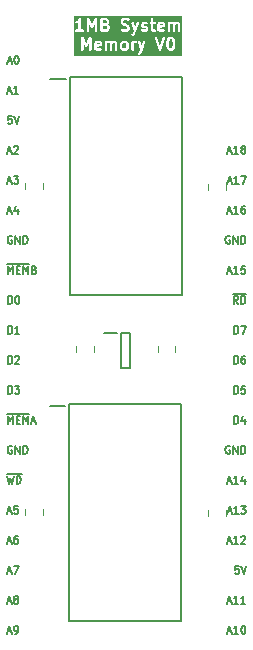
<source format=gto>
%TF.GenerationSoftware,KiCad,Pcbnew,9.0.2*%
%TF.CreationDate,2025-06-16T10:53:43+02:00*%
%TF.ProjectId,Memory 1MB,4d656d6f-7279-4203-914d-422e6b696361,V0*%
%TF.SameCoordinates,Original*%
%TF.FileFunction,Legend,Top*%
%TF.FilePolarity,Positive*%
%FSLAX46Y46*%
G04 Gerber Fmt 4.6, Leading zero omitted, Abs format (unit mm)*
G04 Created by KiCad (PCBNEW 9.0.2) date 2025-06-16 10:53:43*
%MOMM*%
%LPD*%
G01*
G04 APERTURE LIST*
%ADD10C,0.150000*%
%ADD11C,0.200000*%
%ADD12C,0.120000*%
G04 APERTURE END LIST*
D10*
X20141487Y-32701201D02*
X20081011Y-32670963D01*
X20081011Y-32670963D02*
X19990297Y-32670963D01*
X19990297Y-32670963D02*
X19899582Y-32701201D01*
X19899582Y-32701201D02*
X19839106Y-32761677D01*
X19839106Y-32761677D02*
X19808868Y-32822153D01*
X19808868Y-32822153D02*
X19778630Y-32943105D01*
X19778630Y-32943105D02*
X19778630Y-33033820D01*
X19778630Y-33033820D02*
X19808868Y-33154772D01*
X19808868Y-33154772D02*
X19839106Y-33215248D01*
X19839106Y-33215248D02*
X19899582Y-33275725D01*
X19899582Y-33275725D02*
X19990297Y-33305963D01*
X19990297Y-33305963D02*
X20050773Y-33305963D01*
X20050773Y-33305963D02*
X20141487Y-33275725D01*
X20141487Y-33275725D02*
X20171725Y-33245486D01*
X20171725Y-33245486D02*
X20171725Y-33033820D01*
X20171725Y-33033820D02*
X20050773Y-33033820D01*
X20443868Y-33305963D02*
X20443868Y-32670963D01*
X20443868Y-32670963D02*
X20806725Y-33305963D01*
X20806725Y-33305963D02*
X20806725Y-32670963D01*
X21109106Y-33305963D02*
X21109106Y-32670963D01*
X21109106Y-32670963D02*
X21260296Y-32670963D01*
X21260296Y-32670963D02*
X21351011Y-32701201D01*
X21351011Y-32701201D02*
X21411487Y-32761677D01*
X21411487Y-32761677D02*
X21441725Y-32822153D01*
X21441725Y-32822153D02*
X21471963Y-32943105D01*
X21471963Y-32943105D02*
X21471963Y-33033820D01*
X21471963Y-33033820D02*
X21441725Y-33154772D01*
X21441725Y-33154772D02*
X21411487Y-33215248D01*
X21411487Y-33215248D02*
X21351011Y-33275725D01*
X21351011Y-33275725D02*
X21260296Y-33305963D01*
X21260296Y-33305963D02*
X21109106Y-33305963D01*
X1337236Y-45824534D02*
X1639617Y-45824534D01*
X1276760Y-46005963D02*
X1488426Y-45370963D01*
X1488426Y-45370963D02*
X1700093Y-46005963D01*
X2002474Y-45643105D02*
X1941998Y-45612867D01*
X1941998Y-45612867D02*
X1911760Y-45582629D01*
X1911760Y-45582629D02*
X1881522Y-45522153D01*
X1881522Y-45522153D02*
X1881522Y-45491915D01*
X1881522Y-45491915D02*
X1911760Y-45431439D01*
X1911760Y-45431439D02*
X1941998Y-45401201D01*
X1941998Y-45401201D02*
X2002474Y-45370963D01*
X2002474Y-45370963D02*
X2123427Y-45370963D01*
X2123427Y-45370963D02*
X2183903Y-45401201D01*
X2183903Y-45401201D02*
X2214141Y-45431439D01*
X2214141Y-45431439D02*
X2244379Y-45491915D01*
X2244379Y-45491915D02*
X2244379Y-45522153D01*
X2244379Y-45522153D02*
X2214141Y-45582629D01*
X2214141Y-45582629D02*
X2183903Y-45612867D01*
X2183903Y-45612867D02*
X2123427Y-45643105D01*
X2123427Y-45643105D02*
X2002474Y-45643105D01*
X2002474Y-45643105D02*
X1941998Y-45673344D01*
X1941998Y-45673344D02*
X1911760Y-45703582D01*
X1911760Y-45703582D02*
X1881522Y-45764058D01*
X1881522Y-45764058D02*
X1881522Y-45885010D01*
X1881522Y-45885010D02*
X1911760Y-45945486D01*
X1911760Y-45945486D02*
X1941998Y-45975725D01*
X1941998Y-45975725D02*
X2002474Y-46005963D01*
X2002474Y-46005963D02*
X2123427Y-46005963D01*
X2123427Y-46005963D02*
X2183903Y-45975725D01*
X2183903Y-45975725D02*
X2214141Y-45945486D01*
X2214141Y-45945486D02*
X2244379Y-45885010D01*
X2244379Y-45885010D02*
X2244379Y-45764058D01*
X2244379Y-45764058D02*
X2214141Y-45703582D01*
X2214141Y-45703582D02*
X2183903Y-45673344D01*
X2183903Y-45673344D02*
X2123427Y-45643105D01*
X19960058Y-40744534D02*
X20262439Y-40744534D01*
X19899582Y-40925963D02*
X20111248Y-40290963D01*
X20111248Y-40290963D02*
X20322915Y-40925963D01*
X20867201Y-40925963D02*
X20504344Y-40925963D01*
X20685772Y-40925963D02*
X20685772Y-40290963D01*
X20685772Y-40290963D02*
X20625296Y-40381677D01*
X20625296Y-40381677D02*
X20564820Y-40442153D01*
X20564820Y-40442153D02*
X20504344Y-40472391D01*
X21109106Y-40351439D02*
X21139344Y-40321201D01*
X21139344Y-40321201D02*
X21199820Y-40290963D01*
X21199820Y-40290963D02*
X21351011Y-40290963D01*
X21351011Y-40290963D02*
X21411487Y-40321201D01*
X21411487Y-40321201D02*
X21441725Y-40351439D01*
X21441725Y-40351439D02*
X21471963Y-40411915D01*
X21471963Y-40411915D02*
X21471963Y-40472391D01*
X21471963Y-40472391D02*
X21441725Y-40563105D01*
X21441725Y-40563105D02*
X21078868Y-40925963D01*
X21078868Y-40925963D02*
X21471963Y-40925963D01*
X1367474Y-23145963D02*
X1367474Y-22510963D01*
X1367474Y-22510963D02*
X1518664Y-22510963D01*
X1518664Y-22510963D02*
X1609379Y-22541201D01*
X1609379Y-22541201D02*
X1669855Y-22601677D01*
X1669855Y-22601677D02*
X1700093Y-22662153D01*
X1700093Y-22662153D02*
X1730331Y-22783105D01*
X1730331Y-22783105D02*
X1730331Y-22873820D01*
X1730331Y-22873820D02*
X1700093Y-22994772D01*
X1700093Y-22994772D02*
X1669855Y-23055248D01*
X1669855Y-23055248D02*
X1609379Y-23115725D01*
X1609379Y-23115725D02*
X1518664Y-23145963D01*
X1518664Y-23145963D02*
X1367474Y-23145963D01*
X2335093Y-23145963D02*
X1972236Y-23145963D01*
X2153664Y-23145963D02*
X2153664Y-22510963D01*
X2153664Y-22510963D02*
X2093188Y-22601677D01*
X2093188Y-22601677D02*
X2032712Y-22662153D01*
X2032712Y-22662153D02*
X1972236Y-22692391D01*
X1337236Y-43284534D02*
X1639617Y-43284534D01*
X1276760Y-43465963D02*
X1488426Y-42830963D01*
X1488426Y-42830963D02*
X1700093Y-43465963D01*
X1851284Y-42830963D02*
X2274617Y-42830963D01*
X2274617Y-42830963D02*
X2002474Y-43465963D01*
X1700093Y-32701201D02*
X1639617Y-32670963D01*
X1639617Y-32670963D02*
X1548903Y-32670963D01*
X1548903Y-32670963D02*
X1458188Y-32701201D01*
X1458188Y-32701201D02*
X1397712Y-32761677D01*
X1397712Y-32761677D02*
X1367474Y-32822153D01*
X1367474Y-32822153D02*
X1337236Y-32943105D01*
X1337236Y-32943105D02*
X1337236Y-33033820D01*
X1337236Y-33033820D02*
X1367474Y-33154772D01*
X1367474Y-33154772D02*
X1397712Y-33215248D01*
X1397712Y-33215248D02*
X1458188Y-33275725D01*
X1458188Y-33275725D02*
X1548903Y-33305963D01*
X1548903Y-33305963D02*
X1609379Y-33305963D01*
X1609379Y-33305963D02*
X1700093Y-33275725D01*
X1700093Y-33275725D02*
X1730331Y-33245486D01*
X1730331Y-33245486D02*
X1730331Y-33033820D01*
X1730331Y-33033820D02*
X1609379Y-33033820D01*
X2002474Y-33305963D02*
X2002474Y-32670963D01*
X2002474Y-32670963D02*
X2365331Y-33305963D01*
X2365331Y-33305963D02*
X2365331Y-32670963D01*
X2667712Y-33305963D02*
X2667712Y-32670963D01*
X2667712Y-32670963D02*
X2818902Y-32670963D01*
X2818902Y-32670963D02*
X2909617Y-32701201D01*
X2909617Y-32701201D02*
X2970093Y-32761677D01*
X2970093Y-32761677D02*
X3000331Y-32822153D01*
X3000331Y-32822153D02*
X3030569Y-32943105D01*
X3030569Y-32943105D02*
X3030569Y-33033820D01*
X3030569Y-33033820D02*
X3000331Y-33154772D01*
X3000331Y-33154772D02*
X2970093Y-33215248D01*
X2970093Y-33215248D02*
X2909617Y-33275725D01*
X2909617Y-33275725D02*
X2818902Y-33305963D01*
X2818902Y-33305963D02*
X2667712Y-33305963D01*
X1337236Y-12804534D02*
X1639617Y-12804534D01*
X1276760Y-12985963D02*
X1488426Y-12350963D01*
X1488426Y-12350963D02*
X1700093Y-12985963D01*
X2183903Y-12562629D02*
X2183903Y-12985963D01*
X2032712Y-12320725D02*
X1881522Y-12774296D01*
X1881522Y-12774296D02*
X2274617Y-12774296D01*
X1337236Y-7724534D02*
X1639617Y-7724534D01*
X1276760Y-7905963D02*
X1488426Y-7270963D01*
X1488426Y-7270963D02*
X1700093Y-7905963D01*
X1881522Y-7331439D02*
X1911760Y-7301201D01*
X1911760Y-7301201D02*
X1972236Y-7270963D01*
X1972236Y-7270963D02*
X2123427Y-7270963D01*
X2123427Y-7270963D02*
X2183903Y-7301201D01*
X2183903Y-7301201D02*
X2214141Y-7331439D01*
X2214141Y-7331439D02*
X2244379Y-7391915D01*
X2244379Y-7391915D02*
X2244379Y-7452391D01*
X2244379Y-7452391D02*
X2214141Y-7543105D01*
X2214141Y-7543105D02*
X1851284Y-7905963D01*
X1851284Y-7905963D02*
X2244379Y-7905963D01*
D11*
G36*
X9123730Y1439291D02*
G01*
X9141180Y1404391D01*
X8869695Y1350094D01*
X8869695Y1394982D01*
X8891850Y1439292D01*
X8936159Y1461447D01*
X9079421Y1461447D01*
X9123730Y1439291D01*
G37*
G36*
X11329506Y1431641D02*
G01*
X11354175Y1406973D01*
X11383980Y1347364D01*
X11383980Y1108864D01*
X11354175Y1049254D01*
X11329504Y1024583D01*
X11269898Y994780D01*
X11174253Y994780D01*
X11114645Y1024584D01*
X11089976Y1049254D01*
X11060171Y1108864D01*
X11060171Y1347363D01*
X11089976Y1406973D01*
X11114644Y1431642D01*
X11174254Y1461447D01*
X11269897Y1461447D01*
X11329506Y1431641D01*
G37*
G36*
X15234269Y1764974D02*
G01*
X15258938Y1740306D01*
X15294391Y1669399D01*
X15336362Y1501518D01*
X15336362Y1288042D01*
X15294391Y1120161D01*
X15258938Y1049254D01*
X15234267Y1024583D01*
X15174661Y994780D01*
X15126635Y994780D01*
X15067027Y1024584D01*
X15042358Y1049254D01*
X15006904Y1120161D01*
X14964934Y1288043D01*
X14964934Y1501518D01*
X15006904Y1669399D01*
X15042358Y1740306D01*
X15067026Y1764975D01*
X15126636Y1794780D01*
X15174660Y1794780D01*
X15234269Y1764974D01*
G37*
G36*
X9715675Y2893512D02*
G01*
X9735127Y2874060D01*
X9764932Y2814451D01*
X9764932Y2718808D01*
X9735127Y2659198D01*
X9710456Y2634527D01*
X9650850Y2604724D01*
X9393504Y2604724D01*
X9393504Y2928534D01*
X9610610Y2928534D01*
X9715675Y2893512D01*
G37*
G36*
X9662839Y3374918D02*
G01*
X9687508Y3350250D01*
X9717313Y3290641D01*
X9717313Y3242617D01*
X9687508Y3183007D01*
X9662839Y3158339D01*
X9603230Y3128534D01*
X9393504Y3128534D01*
X9393504Y3404724D01*
X9603230Y3404724D01*
X9662839Y3374918D01*
G37*
G36*
X14457064Y3049235D02*
G01*
X14474514Y3014335D01*
X14203029Y2960038D01*
X14203029Y3004926D01*
X14225184Y3049236D01*
X14269493Y3071391D01*
X14412755Y3071391D01*
X14457064Y3049235D01*
G37*
G36*
X16076045Y351121D02*
G01*
X6940321Y351121D01*
X6940321Y573954D01*
X12337147Y573954D01*
X12339913Y535034D01*
X12357362Y500135D01*
X12386839Y474571D01*
X12423855Y462232D01*
X12462775Y464998D01*
X12481083Y472004D01*
X12576321Y519623D01*
X12584717Y524908D01*
X12587157Y525919D01*
X12589903Y528172D01*
X12592911Y530066D01*
X12594640Y532060D01*
X12602311Y538355D01*
X12649929Y585974D01*
X12662366Y601127D01*
X12662603Y601701D01*
X12663038Y602146D01*
X12672067Y619546D01*
X12767305Y857641D01*
X12767829Y859447D01*
X12768631Y861146D01*
X13006726Y1527813D01*
X13011479Y1546832D01*
X13009541Y1585802D01*
X12992838Y1621064D01*
X12963912Y1647250D01*
X12927167Y1660373D01*
X12888197Y1658436D01*
X12852935Y1641732D01*
X12826748Y1612807D01*
X12818378Y1595080D01*
X12674457Y1192101D01*
X12530536Y1595081D01*
X12522166Y1612807D01*
X12495979Y1641733D01*
X12460717Y1658436D01*
X12421747Y1660374D01*
X12385002Y1647251D01*
X12356076Y1621064D01*
X12339373Y1585802D01*
X12337435Y1546832D01*
X12342188Y1527813D01*
X12567555Y896784D01*
X12493993Y712881D01*
X12472364Y691252D01*
X12391641Y650890D01*
X12375050Y640447D01*
X12349486Y610970D01*
X12337147Y573954D01*
X6940321Y573954D01*
X6940321Y1894780D01*
X7574457Y1894780D01*
X7574457Y894780D01*
X7576378Y875271D01*
X7591310Y839223D01*
X7618900Y811633D01*
X7654948Y796701D01*
X7693966Y796701D01*
X7730014Y811633D01*
X7757604Y839223D01*
X7772536Y875271D01*
X7774457Y894780D01*
X7774457Y1444023D01*
X7917172Y1138206D01*
X7921404Y1131060D01*
X7922284Y1128643D01*
X7923849Y1126933D01*
X7927163Y1121340D01*
X7938373Y1111073D01*
X7948635Y1099868D01*
X7952660Y1097989D01*
X7955938Y1094988D01*
X7970220Y1089794D01*
X7983993Y1083367D01*
X7988432Y1083171D01*
X7992607Y1081654D01*
X8007790Y1082321D01*
X8022973Y1081654D01*
X8027146Y1083171D01*
X8031588Y1083367D01*
X8045372Y1089799D01*
X8059642Y1094989D01*
X8062915Y1097986D01*
X8066945Y1099867D01*
X8077214Y1111081D01*
X8088417Y1121340D01*
X8091728Y1126930D01*
X8093297Y1128643D01*
X8094177Y1131064D01*
X8098408Y1138206D01*
X8241123Y1444024D01*
X8241123Y894780D01*
X8243044Y875271D01*
X8257976Y839223D01*
X8285566Y811633D01*
X8321614Y796701D01*
X8360632Y796701D01*
X8396680Y811633D01*
X8424270Y839223D01*
X8439202Y875271D01*
X8441123Y894780D01*
X8441123Y1418590D01*
X8669695Y1418590D01*
X8669695Y1037638D01*
X8671616Y1018129D01*
X8672991Y1014808D01*
X8673246Y1011225D01*
X8680252Y992917D01*
X8727871Y897679D01*
X8729923Y894418D01*
X8730437Y892878D01*
X8732100Y890960D01*
X8738314Y881089D01*
X8747786Y872873D01*
X8756002Y863401D01*
X8765873Y857187D01*
X8767791Y855524D01*
X8769331Y855010D01*
X8772592Y852958D01*
X8867830Y805338D01*
X8886139Y798331D01*
X8889722Y798076D01*
X8893043Y796701D01*
X8912552Y794780D01*
X9103028Y794780D01*
X9122537Y796701D01*
X9125856Y798076D01*
X9129442Y798331D01*
X9147750Y805338D01*
X9242988Y852958D01*
X9259579Y863401D01*
X9285143Y892878D01*
X9297481Y929894D01*
X9294715Y968814D01*
X9277266Y1003712D01*
X9247789Y1029277D01*
X9210773Y1041615D01*
X9171853Y1038849D01*
X9153544Y1031842D01*
X9079422Y994780D01*
X8936158Y994780D01*
X8891850Y1016934D01*
X8869695Y1061245D01*
X8869695Y1146133D01*
X9265391Y1225273D01*
X9265394Y1225273D01*
X9265396Y1225274D01*
X9265496Y1225294D01*
X9284250Y1231004D01*
X9292390Y1236455D01*
X9301442Y1240205D01*
X9308443Y1247206D01*
X9316669Y1252715D01*
X9322103Y1260866D01*
X9329032Y1267795D01*
X9332821Y1276942D01*
X9338313Y1285180D01*
X9340214Y1294790D01*
X9343964Y1303843D01*
X9345885Y1323352D01*
X9345885Y1418590D01*
X9343964Y1438099D01*
X9342588Y1441419D01*
X9342334Y1445003D01*
X9335328Y1463312D01*
X9287709Y1558549D01*
X9285884Y1561447D01*
X9574457Y1561447D01*
X9574457Y894780D01*
X9576378Y875271D01*
X9591310Y839223D01*
X9618900Y811633D01*
X9654948Y796701D01*
X9693966Y796701D01*
X9730014Y811633D01*
X9757604Y839223D01*
X9772536Y875271D01*
X9774457Y894780D01*
X9774457Y1424787D01*
X9781311Y1431642D01*
X9840921Y1461447D01*
X9936564Y1461447D01*
X9980873Y1439291D01*
X10003028Y1394983D01*
X10003028Y894780D01*
X10004949Y875271D01*
X10019881Y839223D01*
X10047471Y811633D01*
X10083519Y796701D01*
X10122537Y796701D01*
X10158585Y811633D01*
X10186175Y839223D01*
X10201107Y875271D01*
X10203028Y894780D01*
X10203028Y1394982D01*
X10225183Y1439292D01*
X10269492Y1461447D01*
X10365135Y1461447D01*
X10409445Y1439292D01*
X10431600Y1394983D01*
X10431600Y894780D01*
X10433521Y875271D01*
X10448453Y839223D01*
X10476043Y811633D01*
X10512091Y796701D01*
X10551109Y796701D01*
X10587157Y811633D01*
X10614747Y839223D01*
X10629679Y875271D01*
X10631600Y894780D01*
X10631600Y1370971D01*
X10860171Y1370971D01*
X10860171Y1085257D01*
X10862092Y1065748D01*
X10863467Y1062427D01*
X10863722Y1058844D01*
X10870728Y1040536D01*
X10918347Y945298D01*
X10923632Y936901D01*
X10924643Y934462D01*
X10926896Y931715D01*
X10928790Y928708D01*
X10930784Y926978D01*
X10937079Y919308D01*
X10984698Y871690D01*
X10992367Y865395D01*
X10994097Y863401D01*
X10997101Y861509D01*
X10999851Y859253D01*
X11002294Y858241D01*
X11010687Y852958D01*
X11105925Y805338D01*
X11124234Y798331D01*
X11127817Y798076D01*
X11131138Y796701D01*
X11150647Y794780D01*
X11293504Y794780D01*
X11313013Y796701D01*
X11316332Y798076D01*
X11319918Y798331D01*
X11338226Y805338D01*
X11433464Y852958D01*
X11441859Y858242D01*
X11444299Y859253D01*
X11447044Y861506D01*
X11450055Y863401D01*
X11451786Y865397D01*
X11459453Y871689D01*
X11507071Y919308D01*
X11513363Y926974D01*
X11515361Y928707D01*
X11517254Y931715D01*
X11519508Y934461D01*
X11520518Y936901D01*
X11525804Y945298D01*
X11573423Y1040535D01*
X11580429Y1058844D01*
X11580683Y1062427D01*
X11582059Y1065748D01*
X11583980Y1085257D01*
X11583980Y1370971D01*
X11582059Y1390480D01*
X11580683Y1393800D01*
X11580429Y1397384D01*
X11573423Y1415693D01*
X11525804Y1510930D01*
X11520518Y1519326D01*
X11519508Y1521767D01*
X11517254Y1524512D01*
X11515361Y1527521D01*
X11513363Y1529253D01*
X11507071Y1536920D01*
X11482545Y1561447D01*
X11812552Y1561447D01*
X11812552Y894780D01*
X11814473Y875271D01*
X11829405Y839223D01*
X11856995Y811633D01*
X11893043Y796701D01*
X11932061Y796701D01*
X11968109Y811633D01*
X11995699Y839223D01*
X12010631Y875271D01*
X12012552Y894780D01*
X12012552Y1347363D01*
X12042357Y1406973D01*
X12067025Y1431642D01*
X12126635Y1461447D01*
X12198266Y1461447D01*
X12217775Y1463368D01*
X12253823Y1478300D01*
X12281413Y1505890D01*
X12296345Y1541938D01*
X12296345Y1580956D01*
X12281413Y1617004D01*
X12253823Y1644594D01*
X12217775Y1659526D01*
X12198266Y1661447D01*
X12103028Y1661447D01*
X12083519Y1659526D01*
X12080198Y1658150D01*
X12076615Y1657896D01*
X12058306Y1650890D01*
X11993977Y1618725D01*
X11968109Y1644594D01*
X11932061Y1659526D01*
X11893043Y1659526D01*
X11856995Y1644594D01*
X11829405Y1617004D01*
X11814473Y1580956D01*
X11812552Y1561447D01*
X11482545Y1561447D01*
X11459453Y1584539D01*
X11451782Y1590833D01*
X11450053Y1592828D01*
X11447045Y1594721D01*
X11444299Y1596975D01*
X11441859Y1597985D01*
X11433463Y1603271D01*
X11338225Y1650890D01*
X11319917Y1657896D01*
X11316333Y1658150D01*
X11313013Y1659526D01*
X11293504Y1661447D01*
X11150647Y1661447D01*
X11131138Y1659526D01*
X11127817Y1658150D01*
X11124234Y1657896D01*
X11105925Y1650890D01*
X11010688Y1603271D01*
X11002291Y1597985D01*
X10999851Y1596975D01*
X10997105Y1594721D01*
X10994097Y1592828D01*
X10992364Y1590830D01*
X10984698Y1584538D01*
X10937079Y1536920D01*
X10930784Y1529249D01*
X10928790Y1527520D01*
X10926896Y1524512D01*
X10924643Y1521766D01*
X10923632Y1519326D01*
X10918347Y1510930D01*
X10870728Y1415692D01*
X10863722Y1397384D01*
X10863467Y1393800D01*
X10862092Y1390480D01*
X10860171Y1370971D01*
X10631600Y1370971D01*
X10631600Y1418590D01*
X10629679Y1438099D01*
X10628303Y1441419D01*
X10628049Y1445003D01*
X10621043Y1463312D01*
X10573424Y1558549D01*
X10571370Y1561811D01*
X10570857Y1563352D01*
X10569193Y1565269D01*
X10562981Y1575140D01*
X10553506Y1583356D01*
X10545292Y1592828D01*
X10535420Y1599041D01*
X10533504Y1600704D01*
X10531965Y1601217D01*
X10528702Y1603271D01*
X10433463Y1650890D01*
X10415154Y1657896D01*
X10411571Y1658150D01*
X10408251Y1659526D01*
X10388742Y1661447D01*
X10245885Y1661447D01*
X10226376Y1659526D01*
X10223055Y1658150D01*
X10219472Y1657896D01*
X10201163Y1650890D01*
X10105926Y1603271D01*
X10103027Y1601446D01*
X10100130Y1603271D01*
X10004892Y1650890D01*
X9986584Y1657896D01*
X9983000Y1658150D01*
X9979680Y1659526D01*
X9960171Y1661447D01*
X9817314Y1661447D01*
X9797805Y1659526D01*
X9794484Y1658150D01*
X9790901Y1657896D01*
X9772592Y1650890D01*
X9740009Y1634598D01*
X9730014Y1644594D01*
X9693966Y1659526D01*
X9654948Y1659526D01*
X9618900Y1644594D01*
X9591310Y1617004D01*
X9576378Y1580956D01*
X9574457Y1561447D01*
X9285884Y1561447D01*
X9285654Y1561812D01*
X9285142Y1563351D01*
X9283480Y1565266D01*
X9277266Y1575140D01*
X9267790Y1583357D01*
X9259577Y1592828D01*
X9249705Y1599041D01*
X9247789Y1600704D01*
X9246250Y1601217D01*
X9242987Y1603271D01*
X9147749Y1650890D01*
X9129441Y1657896D01*
X9125857Y1658150D01*
X9122537Y1659526D01*
X9103028Y1661447D01*
X8912552Y1661447D01*
X8893043Y1659526D01*
X8889722Y1658150D01*
X8886139Y1657896D01*
X8867830Y1650890D01*
X8772593Y1603271D01*
X8769329Y1601216D01*
X8767791Y1600704D01*
X8765875Y1599042D01*
X8756002Y1592828D01*
X8747784Y1583352D01*
X8738314Y1575139D01*
X8732100Y1565267D01*
X8730438Y1563351D01*
X8729924Y1561812D01*
X8727871Y1558549D01*
X8680252Y1463311D01*
X8673246Y1445003D01*
X8672991Y1441419D01*
X8671616Y1438099D01*
X8669695Y1418590D01*
X8441123Y1418590D01*
X8441123Y1882273D01*
X13813338Y1882273D01*
X13817685Y1863157D01*
X14151018Y863158D01*
X14159009Y845257D01*
X14163692Y839857D01*
X14166887Y833468D01*
X14176358Y825252D01*
X14184574Y815781D01*
X14190962Y812586D01*
X14196363Y807903D01*
X14208264Y803935D01*
X14219473Y798332D01*
X14226597Y797825D01*
X14233379Y795565D01*
X14245888Y796454D01*
X14258393Y795565D01*
X14265171Y797824D01*
X14272299Y798331D01*
X14283515Y803939D01*
X14295409Y807904D01*
X14300806Y812584D01*
X14307198Y815781D01*
X14315416Y825256D01*
X14324885Y833469D01*
X14328078Y839855D01*
X14332763Y845257D01*
X14340754Y863157D01*
X14557644Y1513828D01*
X14764934Y1513828D01*
X14764934Y1275733D01*
X14765269Y1272330D01*
X14765052Y1270872D01*
X14766131Y1263574D01*
X14766855Y1256224D01*
X14767419Y1254860D01*
X14767920Y1251479D01*
X14815539Y1061004D01*
X14816052Y1059566D01*
X14816104Y1058844D01*
X14819212Y1050719D01*
X14822134Y1042543D01*
X14822564Y1041962D01*
X14823110Y1040536D01*
X14870729Y945298D01*
X14876014Y936901D01*
X14877025Y934462D01*
X14879278Y931715D01*
X14881172Y928708D01*
X14883166Y926978D01*
X14889461Y919308D01*
X14937080Y871690D01*
X14944749Y865395D01*
X14946479Y863401D01*
X14949483Y861509D01*
X14952233Y859253D01*
X14954676Y858241D01*
X14963069Y852958D01*
X15058307Y805338D01*
X15076616Y798331D01*
X15080199Y798076D01*
X15083520Y796701D01*
X15103029Y794780D01*
X15198267Y794780D01*
X15217776Y796701D01*
X15221095Y798076D01*
X15224681Y798331D01*
X15242989Y805338D01*
X15338227Y852958D01*
X15346622Y858242D01*
X15349062Y859253D01*
X15351807Y861506D01*
X15354818Y863401D01*
X15356549Y865397D01*
X15364216Y871689D01*
X15411834Y919308D01*
X15418126Y926974D01*
X15420124Y928707D01*
X15422017Y931715D01*
X15424271Y934461D01*
X15425281Y936901D01*
X15430567Y945298D01*
X15478186Y1040535D01*
X15478732Y1041963D01*
X15479162Y1042543D01*
X15482083Y1050719D01*
X15485192Y1058844D01*
X15485243Y1059564D01*
X15485757Y1061003D01*
X15533376Y1251479D01*
X15533876Y1254860D01*
X15534441Y1256224D01*
X15535164Y1263574D01*
X15536244Y1270872D01*
X15536026Y1272330D01*
X15536362Y1275733D01*
X15536362Y1513828D01*
X15536026Y1517230D01*
X15536244Y1518689D01*
X15535164Y1525986D01*
X15534441Y1533337D01*
X15533876Y1534700D01*
X15533376Y1538082D01*
X15485757Y1728558D01*
X15485243Y1729996D01*
X15485192Y1730717D01*
X15482083Y1738841D01*
X15479162Y1747018D01*
X15478732Y1747597D01*
X15478186Y1749026D01*
X15430567Y1844263D01*
X15425281Y1852659D01*
X15424271Y1855100D01*
X15422017Y1857845D01*
X15420124Y1860854D01*
X15418126Y1862586D01*
X15411834Y1870253D01*
X15364216Y1917872D01*
X15356545Y1924166D01*
X15354816Y1926161D01*
X15351808Y1928054D01*
X15349062Y1930308D01*
X15346622Y1931318D01*
X15338226Y1936604D01*
X15242988Y1984223D01*
X15224680Y1991229D01*
X15221096Y1991483D01*
X15217776Y1992859D01*
X15198267Y1994780D01*
X15103029Y1994780D01*
X15083520Y1992859D01*
X15080199Y1991483D01*
X15076616Y1991229D01*
X15058307Y1984223D01*
X14963070Y1936604D01*
X14954673Y1931318D01*
X14952233Y1930308D01*
X14949487Y1928054D01*
X14946479Y1926161D01*
X14944746Y1924163D01*
X14937080Y1917871D01*
X14889461Y1870253D01*
X14883166Y1862582D01*
X14881172Y1860853D01*
X14879278Y1857845D01*
X14877025Y1855099D01*
X14876014Y1852659D01*
X14870729Y1844263D01*
X14823110Y1749025D01*
X14822564Y1747598D01*
X14822134Y1747018D01*
X14819212Y1738841D01*
X14816104Y1730717D01*
X14816052Y1729994D01*
X14815539Y1728557D01*
X14767920Y1538082D01*
X14767419Y1534700D01*
X14766855Y1533337D01*
X14766131Y1525986D01*
X14765052Y1518689D01*
X14765269Y1517230D01*
X14764934Y1513828D01*
X14557644Y1513828D01*
X14674087Y1863157D01*
X14678434Y1882272D01*
X14675668Y1921192D01*
X14658218Y1956091D01*
X14628742Y1981656D01*
X14591726Y1993995D01*
X14552806Y1991228D01*
X14517907Y1973779D01*
X14492342Y1944303D01*
X14484351Y1926402D01*
X14245886Y1211007D01*
X14007421Y1926403D01*
X13999430Y1944303D01*
X13973865Y1973779D01*
X13938966Y1991229D01*
X13900046Y1993995D01*
X13863030Y1981657D01*
X13833554Y1956092D01*
X13816104Y1921193D01*
X13813338Y1882273D01*
X8441123Y1882273D01*
X8441123Y1894780D01*
X8439860Y1907603D01*
X8439964Y1909963D01*
X8439503Y1911230D01*
X8439202Y1914289D01*
X8432561Y1930319D01*
X8426630Y1946632D01*
X8425123Y1948277D01*
X8424270Y1950337D01*
X8412008Y1962598D01*
X8400278Y1975408D01*
X8398254Y1976352D01*
X8396680Y1977927D01*
X8380664Y1984561D01*
X8364921Y1991908D01*
X8362691Y1992005D01*
X8360632Y1992859D01*
X8343280Y1992859D01*
X8325940Y1993621D01*
X8323844Y1992859D01*
X8321614Y1992859D01*
X8305583Y1986218D01*
X8289271Y1980287D01*
X8287625Y1978780D01*
X8285566Y1977927D01*
X8273298Y1965659D01*
X8260496Y1953935D01*
X8258929Y1951290D01*
X8257976Y1950337D01*
X8257072Y1948155D01*
X8250505Y1937069D01*
X8007789Y1416965D01*
X7765075Y1937069D01*
X7758507Y1948155D01*
X7757604Y1950337D01*
X7756650Y1951290D01*
X7755084Y1953935D01*
X7742287Y1965653D01*
X7730014Y1977927D01*
X7727952Y1978780D01*
X7726309Y1980286D01*
X7710007Y1986214D01*
X7693966Y1992859D01*
X7691735Y1992859D01*
X7689640Y1993621D01*
X7672300Y1992859D01*
X7654948Y1992859D01*
X7652888Y1992005D01*
X7650660Y1991908D01*
X7634929Y1984566D01*
X7618900Y1977927D01*
X7617323Y1976350D01*
X7615302Y1975407D01*
X7603583Y1962610D01*
X7591310Y1950337D01*
X7590456Y1948275D01*
X7588951Y1946632D01*
X7583022Y1930330D01*
X7576378Y1914289D01*
X7576076Y1911230D01*
X7575616Y1909963D01*
X7575719Y1907603D01*
X7574457Y1894780D01*
X6940321Y1894780D01*
X6940321Y2183898D01*
X11813337Y2183898D01*
X11816103Y2144978D01*
X11833552Y2110079D01*
X11863029Y2084515D01*
X11900045Y2072176D01*
X11938965Y2074942D01*
X11957273Y2081948D01*
X12052511Y2129567D01*
X12060907Y2134852D01*
X12063347Y2135863D01*
X12066093Y2138116D01*
X12069101Y2140010D01*
X12070830Y2142004D01*
X12078501Y2148299D01*
X12126119Y2195918D01*
X12138556Y2211071D01*
X12138793Y2211645D01*
X12139228Y2212090D01*
X12148257Y2229490D01*
X12243495Y2467585D01*
X12244019Y2469391D01*
X12244821Y2471090D01*
X12443908Y3028534D01*
X12622076Y3028534D01*
X12622076Y2980915D01*
X12623997Y2961406D01*
X12625372Y2958085D01*
X12625627Y2954502D01*
X12632633Y2936194D01*
X12680252Y2840956D01*
X12682305Y2837692D01*
X12682819Y2836154D01*
X12684481Y2834237D01*
X12690695Y2824366D01*
X12700165Y2816152D01*
X12708383Y2806677D01*
X12718256Y2800462D01*
X12720172Y2798801D01*
X12721710Y2798288D01*
X12724974Y2796234D01*
X12820211Y2748615D01*
X12838520Y2741609D01*
X12842103Y2741354D01*
X12845424Y2739979D01*
X12864933Y2738058D01*
X12984183Y2738058D01*
X13028492Y2715902D01*
X13050647Y2671594D01*
X13050647Y2671189D01*
X13028491Y2626878D01*
X12984184Y2604724D01*
X12840920Y2604724D01*
X12766798Y2641786D01*
X12748490Y2648793D01*
X12709570Y2651559D01*
X12672554Y2639221D01*
X12643077Y2613656D01*
X12625627Y2578758D01*
X12622861Y2539838D01*
X12635199Y2502822D01*
X12660764Y2473345D01*
X12677354Y2462902D01*
X12772592Y2415282D01*
X12790901Y2408275D01*
X12794484Y2408020D01*
X12797805Y2406645D01*
X12817314Y2404724D01*
X13007790Y2404724D01*
X13027299Y2406645D01*
X13030618Y2408020D01*
X13034204Y2408275D01*
X13052512Y2415282D01*
X13147750Y2462902D01*
X13151011Y2464954D01*
X13152551Y2465468D01*
X13154468Y2467130D01*
X13164341Y2473345D01*
X13172555Y2482817D01*
X13182028Y2491032D01*
X13188242Y2500904D01*
X13189905Y2502822D01*
X13190418Y2504361D01*
X13192471Y2507623D01*
X13240090Y2602860D01*
X13247096Y2621169D01*
X13247350Y2624752D01*
X13248726Y2628073D01*
X13250647Y2647582D01*
X13250647Y2695201D01*
X13248726Y2714710D01*
X13247350Y2718030D01*
X13247096Y2721614D01*
X13240090Y2739923D01*
X13192471Y2835160D01*
X13190416Y2838423D01*
X13189904Y2839962D01*
X13188242Y2841877D01*
X13182028Y2851751D01*
X13172552Y2859968D01*
X13164339Y2869439D01*
X13154467Y2875652D01*
X13152551Y2877315D01*
X13151012Y2877828D01*
X13147749Y2879882D01*
X13052511Y2927501D01*
X13034203Y2934507D01*
X13030619Y2934761D01*
X13027299Y2936137D01*
X13007790Y2938058D01*
X12888540Y2938058D01*
X12844231Y2960212D01*
X12822076Y3004522D01*
X12822076Y3004926D01*
X12844231Y3049236D01*
X12888540Y3071391D01*
X12984183Y3071391D01*
X13058306Y3034329D01*
X13076615Y3027323D01*
X13115535Y3024557D01*
X13152551Y3036896D01*
X13182028Y3062461D01*
X13199477Y3097359D01*
X13202242Y3136279D01*
X13189904Y3173295D01*
X13174635Y3190900D01*
X13338283Y3190900D01*
X13338283Y3151882D01*
X13353215Y3115834D01*
X13380805Y3088244D01*
X13416853Y3073312D01*
X13436362Y3071391D01*
X13479219Y3071391D01*
X13479219Y2647582D01*
X13481140Y2628073D01*
X13482515Y2624752D01*
X13482770Y2621169D01*
X13489776Y2602861D01*
X13537395Y2507623D01*
X13539447Y2504362D01*
X13539961Y2502822D01*
X13541624Y2500904D01*
X13547838Y2491033D01*
X13557310Y2482817D01*
X13565526Y2473345D01*
X13575397Y2467131D01*
X13577315Y2465468D01*
X13578855Y2464954D01*
X13582116Y2462902D01*
X13677354Y2415282D01*
X13695663Y2408275D01*
X13699246Y2408020D01*
X13702567Y2406645D01*
X13722076Y2404724D01*
X13817314Y2404724D01*
X13836823Y2406645D01*
X13872871Y2421577D01*
X13900461Y2449167D01*
X13915393Y2485215D01*
X13915393Y2524233D01*
X13900461Y2560281D01*
X13872871Y2587871D01*
X13836823Y2602803D01*
X13817314Y2604724D01*
X13745682Y2604724D01*
X13701374Y2626878D01*
X13679219Y2671189D01*
X13679219Y3028534D01*
X14003029Y3028534D01*
X14003029Y2647582D01*
X14004950Y2628073D01*
X14006325Y2624752D01*
X14006580Y2621169D01*
X14013586Y2602861D01*
X14061205Y2507623D01*
X14063257Y2504362D01*
X14063771Y2502822D01*
X14065434Y2500904D01*
X14071648Y2491033D01*
X14081120Y2482817D01*
X14089336Y2473345D01*
X14099207Y2467131D01*
X14101125Y2465468D01*
X14102665Y2464954D01*
X14105926Y2462902D01*
X14201164Y2415282D01*
X14219473Y2408275D01*
X14223056Y2408020D01*
X14226377Y2406645D01*
X14245886Y2404724D01*
X14436362Y2404724D01*
X14455871Y2406645D01*
X14459190Y2408020D01*
X14462776Y2408275D01*
X14481084Y2415282D01*
X14576322Y2462902D01*
X14592913Y2473345D01*
X14618477Y2502822D01*
X14630815Y2539838D01*
X14628049Y2578758D01*
X14610600Y2613656D01*
X14581123Y2639221D01*
X14544107Y2651559D01*
X14505187Y2648793D01*
X14486878Y2641786D01*
X14412756Y2604724D01*
X14269492Y2604724D01*
X14225184Y2626878D01*
X14203029Y2671189D01*
X14203029Y2756077D01*
X14598725Y2835217D01*
X14598728Y2835217D01*
X14598730Y2835218D01*
X14598830Y2835238D01*
X14617584Y2840948D01*
X14625724Y2846399D01*
X14634776Y2850149D01*
X14641777Y2857150D01*
X14650003Y2862659D01*
X14655437Y2870810D01*
X14662366Y2877739D01*
X14666156Y2886888D01*
X14671647Y2895124D01*
X14673548Y2904734D01*
X14677298Y2913787D01*
X14679219Y2933296D01*
X14679219Y3028534D01*
X14677298Y3048043D01*
X14675922Y3051363D01*
X14675668Y3054947D01*
X14668662Y3073256D01*
X14621043Y3168493D01*
X14619218Y3171391D01*
X14907791Y3171391D01*
X14907791Y2504724D01*
X14909712Y2485215D01*
X14924644Y2449167D01*
X14952234Y2421577D01*
X14988282Y2406645D01*
X15027300Y2406645D01*
X15063348Y2421577D01*
X15090938Y2449167D01*
X15105870Y2485215D01*
X15107791Y2504724D01*
X15107791Y3034731D01*
X15114645Y3041586D01*
X15174255Y3071391D01*
X15269898Y3071391D01*
X15314207Y3049235D01*
X15336362Y3004927D01*
X15336362Y2504724D01*
X15338283Y2485215D01*
X15353215Y2449167D01*
X15380805Y2421577D01*
X15416853Y2406645D01*
X15455871Y2406645D01*
X15491919Y2421577D01*
X15519509Y2449167D01*
X15534441Y2485215D01*
X15536362Y2504724D01*
X15536362Y3004926D01*
X15558517Y3049236D01*
X15602826Y3071391D01*
X15698469Y3071391D01*
X15742779Y3049236D01*
X15764934Y3004927D01*
X15764934Y2504724D01*
X15766855Y2485215D01*
X15781787Y2449167D01*
X15809377Y2421577D01*
X15845425Y2406645D01*
X15884443Y2406645D01*
X15920491Y2421577D01*
X15948081Y2449167D01*
X15963013Y2485215D01*
X15964934Y2504724D01*
X15964934Y3028534D01*
X15963013Y3048043D01*
X15961637Y3051363D01*
X15961383Y3054947D01*
X15954377Y3073256D01*
X15906758Y3168493D01*
X15904704Y3171755D01*
X15904191Y3173296D01*
X15902527Y3175213D01*
X15896315Y3185084D01*
X15886840Y3193300D01*
X15878626Y3202772D01*
X15868754Y3208985D01*
X15866838Y3210648D01*
X15865299Y3211161D01*
X15862036Y3213215D01*
X15766797Y3260834D01*
X15748488Y3267840D01*
X15744905Y3268094D01*
X15741585Y3269470D01*
X15722076Y3271391D01*
X15579219Y3271391D01*
X15559710Y3269470D01*
X15556389Y3268094D01*
X15552806Y3267840D01*
X15534497Y3260834D01*
X15439260Y3213215D01*
X15436361Y3211390D01*
X15433464Y3213215D01*
X15338226Y3260834D01*
X15319918Y3267840D01*
X15316334Y3268094D01*
X15313014Y3269470D01*
X15293505Y3271391D01*
X15150648Y3271391D01*
X15131139Y3269470D01*
X15127818Y3268094D01*
X15124235Y3267840D01*
X15105926Y3260834D01*
X15073343Y3244542D01*
X15063348Y3254538D01*
X15027300Y3269470D01*
X14988282Y3269470D01*
X14952234Y3254538D01*
X14924644Y3226948D01*
X14909712Y3190900D01*
X14907791Y3171391D01*
X14619218Y3171391D01*
X14618988Y3171756D01*
X14618476Y3173295D01*
X14616814Y3175210D01*
X14610600Y3185084D01*
X14601124Y3193301D01*
X14592911Y3202772D01*
X14583039Y3208985D01*
X14581123Y3210648D01*
X14579584Y3211161D01*
X14576321Y3213215D01*
X14481083Y3260834D01*
X14462775Y3267840D01*
X14459191Y3268094D01*
X14455871Y3269470D01*
X14436362Y3271391D01*
X14245886Y3271391D01*
X14226377Y3269470D01*
X14223056Y3268094D01*
X14219473Y3267840D01*
X14201164Y3260834D01*
X14105927Y3213215D01*
X14102663Y3211160D01*
X14101125Y3210648D01*
X14099209Y3208986D01*
X14089336Y3202772D01*
X14081118Y3193296D01*
X14071648Y3185083D01*
X14065434Y3175211D01*
X14063772Y3173295D01*
X14063258Y3171756D01*
X14061205Y3168493D01*
X14013586Y3073255D01*
X14006580Y3054947D01*
X14006325Y3051363D01*
X14004950Y3048043D01*
X14003029Y3028534D01*
X13679219Y3028534D01*
X13679219Y3071391D01*
X13817314Y3071391D01*
X13836823Y3073312D01*
X13872871Y3088244D01*
X13900461Y3115834D01*
X13915393Y3151882D01*
X13915393Y3190900D01*
X13900461Y3226948D01*
X13872871Y3254538D01*
X13836823Y3269470D01*
X13817314Y3271391D01*
X13679219Y3271391D01*
X13679219Y3504724D01*
X13677298Y3524233D01*
X13662366Y3560281D01*
X13634776Y3587871D01*
X13598728Y3602803D01*
X13559710Y3602803D01*
X13523662Y3587871D01*
X13496072Y3560281D01*
X13481140Y3524233D01*
X13479219Y3504724D01*
X13479219Y3271391D01*
X13436362Y3271391D01*
X13416853Y3269470D01*
X13380805Y3254538D01*
X13353215Y3226948D01*
X13338283Y3190900D01*
X13174635Y3190900D01*
X13164339Y3202772D01*
X13147749Y3213215D01*
X13052511Y3260834D01*
X13034203Y3267840D01*
X13030619Y3268094D01*
X13027299Y3269470D01*
X13007790Y3271391D01*
X12864933Y3271391D01*
X12845424Y3269470D01*
X12842103Y3268094D01*
X12838520Y3267840D01*
X12820211Y3260834D01*
X12724974Y3213215D01*
X12721710Y3211160D01*
X12720172Y3210648D01*
X12718256Y3208986D01*
X12708383Y3202772D01*
X12700165Y3193296D01*
X12690695Y3185083D01*
X12684481Y3175211D01*
X12682819Y3173295D01*
X12682305Y3171756D01*
X12680252Y3168493D01*
X12632633Y3073255D01*
X12625627Y3054947D01*
X12625372Y3051363D01*
X12623997Y3048043D01*
X12622076Y3028534D01*
X12443908Y3028534D01*
X12482916Y3137757D01*
X12487669Y3156776D01*
X12485731Y3195746D01*
X12469028Y3231008D01*
X12440102Y3257194D01*
X12403357Y3270317D01*
X12364387Y3268380D01*
X12329125Y3251676D01*
X12302938Y3222751D01*
X12294568Y3205024D01*
X12150647Y2802045D01*
X12006726Y3205025D01*
X11998356Y3222751D01*
X11972169Y3251677D01*
X11936907Y3268380D01*
X11897937Y3270318D01*
X11861192Y3257195D01*
X11832266Y3231008D01*
X11815563Y3195746D01*
X11813625Y3156776D01*
X11818378Y3137757D01*
X12043745Y2506728D01*
X11970183Y2322825D01*
X11948554Y2301196D01*
X11867831Y2260834D01*
X11851240Y2250391D01*
X11825676Y2220914D01*
X11813337Y2183898D01*
X6940321Y2183898D01*
X6940321Y3231517D01*
X7051432Y3231517D01*
X7054198Y3192597D01*
X7071647Y3157698D01*
X7101124Y3132134D01*
X7138140Y3119795D01*
X7177060Y3122561D01*
X7195368Y3129567D01*
X7290606Y3177186D01*
X7299002Y3182471D01*
X7301442Y3183482D01*
X7304188Y3185735D01*
X7307196Y3187629D01*
X7308925Y3189623D01*
X7316596Y3195918D01*
X7336361Y3215683D01*
X7336361Y2604724D01*
X7150647Y2604724D01*
X7131138Y2602803D01*
X7095090Y2587871D01*
X7067500Y2560281D01*
X7052568Y2524233D01*
X7052568Y2485215D01*
X7067500Y2449167D01*
X7095090Y2421577D01*
X7131138Y2406645D01*
X7150647Y2404724D01*
X7722075Y2404724D01*
X7741584Y2406645D01*
X7777632Y2421577D01*
X7805222Y2449167D01*
X7820154Y2485215D01*
X7820154Y2524233D01*
X7805222Y2560281D01*
X7777632Y2587871D01*
X7741584Y2602803D01*
X7722075Y2604724D01*
X7536361Y2604724D01*
X7536361Y3504724D01*
X8050647Y3504724D01*
X8050647Y2504724D01*
X8052568Y2485215D01*
X8067500Y2449167D01*
X8095090Y2421577D01*
X8131138Y2406645D01*
X8170156Y2406645D01*
X8206204Y2421577D01*
X8233794Y2449167D01*
X8248726Y2485215D01*
X8250647Y2504724D01*
X8250647Y3053967D01*
X8393362Y2748150D01*
X8397594Y2741004D01*
X8398474Y2738587D01*
X8400039Y2736877D01*
X8403353Y2731284D01*
X8414563Y2721017D01*
X8424825Y2709812D01*
X8428850Y2707933D01*
X8432128Y2704932D01*
X8446410Y2699738D01*
X8460183Y2693311D01*
X8464622Y2693115D01*
X8468797Y2691598D01*
X8483980Y2692265D01*
X8499163Y2691598D01*
X8503336Y2693115D01*
X8507778Y2693311D01*
X8521562Y2699743D01*
X8535832Y2704933D01*
X8539105Y2707930D01*
X8543135Y2709811D01*
X8553404Y2721025D01*
X8564607Y2731284D01*
X8567918Y2736874D01*
X8569487Y2738587D01*
X8570367Y2741008D01*
X8574598Y2748150D01*
X8717313Y3053968D01*
X8717313Y2504724D01*
X8719234Y2485215D01*
X8734166Y2449167D01*
X8761756Y2421577D01*
X8797804Y2406645D01*
X8836822Y2406645D01*
X8872870Y2421577D01*
X8900460Y2449167D01*
X8915392Y2485215D01*
X8917313Y2504724D01*
X8917313Y3504724D01*
X9193504Y3504724D01*
X9193504Y2504724D01*
X9195425Y2485215D01*
X9210357Y2449167D01*
X9237947Y2421577D01*
X9273995Y2406645D01*
X9293504Y2404724D01*
X9674456Y2404724D01*
X9693965Y2406645D01*
X9697284Y2408020D01*
X9700870Y2408275D01*
X9719178Y2415282D01*
X9814416Y2462902D01*
X9822811Y2468186D01*
X9825251Y2469197D01*
X9827996Y2471450D01*
X9831007Y2473345D01*
X9832738Y2475341D01*
X9840405Y2481633D01*
X9888023Y2529252D01*
X9894315Y2536918D01*
X9896313Y2538651D01*
X9898206Y2541659D01*
X9900460Y2544405D01*
X9901470Y2546845D01*
X9906756Y2555242D01*
X9954375Y2650479D01*
X9961381Y2668788D01*
X9961635Y2672371D01*
X9963011Y2675692D01*
X9964932Y2695201D01*
X9964932Y2838058D01*
X9963011Y2857567D01*
X9961635Y2860887D01*
X9961381Y2864471D01*
X9954375Y2882780D01*
X9906756Y2978017D01*
X9901470Y2986413D01*
X9900460Y2988854D01*
X9898206Y2991599D01*
X9896313Y2994608D01*
X9894315Y2996340D01*
X9888023Y3004007D01*
X9840405Y3051626D01*
X9839616Y3052273D01*
X9840404Y3053061D01*
X9846696Y3060727D01*
X9848694Y3062460D01*
X9850587Y3065468D01*
X9852841Y3068214D01*
X9853851Y3070654D01*
X9859137Y3079051D01*
X9906756Y3174288D01*
X9913762Y3192597D01*
X9914016Y3196180D01*
X9915392Y3199501D01*
X9917313Y3219010D01*
X9917313Y3314248D01*
X10907790Y3314248D01*
X10907790Y3219010D01*
X10909711Y3199501D01*
X10911086Y3196180D01*
X10911341Y3192597D01*
X10918347Y3174289D01*
X10965966Y3079051D01*
X10971251Y3070654D01*
X10972262Y3068215D01*
X10974515Y3065468D01*
X10976409Y3062461D01*
X10978403Y3060731D01*
X10984698Y3053061D01*
X11032317Y3005443D01*
X11039983Y2999150D01*
X11041716Y2997153D01*
X11044724Y2995259D01*
X11047470Y2993006D01*
X11049910Y2991995D01*
X11058307Y2986710D01*
X11153544Y2939091D01*
X11154972Y2938544D01*
X11155552Y2938115D01*
X11163728Y2935193D01*
X11171853Y2932085D01*
X11172573Y2932033D01*
X11174012Y2931520D01*
X11353837Y2886563D01*
X11424744Y2851109D01*
X11449413Y2826441D01*
X11479218Y2766832D01*
X11479218Y2718808D01*
X11449413Y2659198D01*
X11424742Y2634527D01*
X11365136Y2604724D01*
X11166875Y2604724D01*
X11039413Y2647212D01*
X11020298Y2651559D01*
X10981378Y2648793D01*
X10946479Y2631344D01*
X10920914Y2601868D01*
X10908575Y2564852D01*
X10911341Y2525932D01*
X10928790Y2491033D01*
X10958266Y2465468D01*
X10976167Y2457476D01*
X11119024Y2409856D01*
X11128696Y2407656D01*
X11131138Y2406645D01*
X11134675Y2406296D01*
X11138139Y2405509D01*
X11140773Y2405696D01*
X11150647Y2404724D01*
X11388742Y2404724D01*
X11408251Y2406645D01*
X11411570Y2408020D01*
X11415156Y2408275D01*
X11433464Y2415282D01*
X11528702Y2462902D01*
X11537097Y2468186D01*
X11539537Y2469197D01*
X11542282Y2471450D01*
X11545293Y2473345D01*
X11547024Y2475341D01*
X11554691Y2481633D01*
X11602309Y2529252D01*
X11608601Y2536918D01*
X11610599Y2538651D01*
X11612492Y2541659D01*
X11614746Y2544405D01*
X11615756Y2546845D01*
X11621042Y2555242D01*
X11668661Y2650479D01*
X11675667Y2668788D01*
X11675921Y2672371D01*
X11677297Y2675692D01*
X11679218Y2695201D01*
X11679218Y2790439D01*
X11677297Y2809948D01*
X11675921Y2813268D01*
X11675667Y2816852D01*
X11668661Y2835161D01*
X11621042Y2930398D01*
X11615756Y2938794D01*
X11614746Y2941235D01*
X11612492Y2943980D01*
X11610599Y2946989D01*
X11608601Y2948721D01*
X11602309Y2956388D01*
X11554691Y3004007D01*
X11547020Y3010301D01*
X11545291Y3012296D01*
X11542283Y3014189D01*
X11539537Y3016443D01*
X11537097Y3017453D01*
X11528701Y3022739D01*
X11433463Y3070358D01*
X11432036Y3070903D01*
X11431456Y3071334D01*
X11423279Y3074255D01*
X11415155Y3077364D01*
X11414432Y3077415D01*
X11412995Y3077929D01*
X11233170Y3122885D01*
X11162263Y3158338D01*
X11137595Y3183007D01*
X11107790Y3242617D01*
X11107790Y3290640D01*
X11137595Y3350250D01*
X11162263Y3374919D01*
X11221873Y3404724D01*
X11420134Y3404724D01*
X11547595Y3362237D01*
X11566710Y3357890D01*
X11605630Y3360656D01*
X11640529Y3378106D01*
X11666094Y3407582D01*
X11678433Y3444598D01*
X11675666Y3483518D01*
X11658217Y3518417D01*
X11628741Y3543982D01*
X11610840Y3551973D01*
X11467984Y3599592D01*
X11458312Y3601791D01*
X11455870Y3602803D01*
X11452331Y3603151D01*
X11448868Y3603939D01*
X11446234Y3603751D01*
X11436361Y3604724D01*
X11198266Y3604724D01*
X11178757Y3602803D01*
X11175436Y3601427D01*
X11171853Y3601173D01*
X11153544Y3594167D01*
X11058307Y3546548D01*
X11049910Y3541262D01*
X11047470Y3540252D01*
X11044724Y3537998D01*
X11041716Y3536105D01*
X11039983Y3534107D01*
X11032317Y3527815D01*
X10984698Y3480197D01*
X10978403Y3472526D01*
X10976409Y3470797D01*
X10974515Y3467789D01*
X10972262Y3465043D01*
X10971251Y3462603D01*
X10965966Y3454207D01*
X10918347Y3358969D01*
X10911341Y3340661D01*
X10911086Y3337077D01*
X10909711Y3333757D01*
X10907790Y3314248D01*
X9917313Y3314248D01*
X9915392Y3333757D01*
X9914016Y3337077D01*
X9913762Y3340661D01*
X9906756Y3358970D01*
X9859137Y3454207D01*
X9853851Y3462603D01*
X9852841Y3465044D01*
X9850587Y3467789D01*
X9848694Y3470798D01*
X9846696Y3472530D01*
X9840404Y3480197D01*
X9792786Y3527816D01*
X9785115Y3534110D01*
X9783386Y3536105D01*
X9780378Y3537998D01*
X9777632Y3540252D01*
X9775192Y3541262D01*
X9766796Y3546548D01*
X9671558Y3594167D01*
X9653250Y3601173D01*
X9649666Y3601427D01*
X9646346Y3602803D01*
X9626837Y3604724D01*
X9293504Y3604724D01*
X9273995Y3602803D01*
X9237947Y3587871D01*
X9210357Y3560281D01*
X9195425Y3524233D01*
X9193504Y3504724D01*
X8917313Y3504724D01*
X8916050Y3517547D01*
X8916154Y3519907D01*
X8915693Y3521174D01*
X8915392Y3524233D01*
X8908751Y3540263D01*
X8902820Y3556576D01*
X8901313Y3558221D01*
X8900460Y3560281D01*
X8888198Y3572542D01*
X8876468Y3585352D01*
X8874444Y3586296D01*
X8872870Y3587871D01*
X8856854Y3594505D01*
X8841111Y3601852D01*
X8838881Y3601949D01*
X8836822Y3602803D01*
X8819470Y3602803D01*
X8802130Y3603565D01*
X8800034Y3602803D01*
X8797804Y3602803D01*
X8781773Y3596162D01*
X8765461Y3590231D01*
X8763815Y3588724D01*
X8761756Y3587871D01*
X8749488Y3575603D01*
X8736686Y3563879D01*
X8735119Y3561234D01*
X8734166Y3560281D01*
X8733262Y3558099D01*
X8726695Y3547013D01*
X8483979Y3026909D01*
X8241265Y3547013D01*
X8234697Y3558099D01*
X8233794Y3560281D01*
X8232840Y3561234D01*
X8231274Y3563879D01*
X8218477Y3575597D01*
X8206204Y3587871D01*
X8204142Y3588724D01*
X8202499Y3590230D01*
X8186197Y3596158D01*
X8170156Y3602803D01*
X8167925Y3602803D01*
X8165830Y3603565D01*
X8148490Y3602803D01*
X8131138Y3602803D01*
X8129078Y3601949D01*
X8126850Y3601852D01*
X8111119Y3594510D01*
X8095090Y3587871D01*
X8093513Y3586294D01*
X8091492Y3585351D01*
X8079773Y3572554D01*
X8067500Y3560281D01*
X8066646Y3558219D01*
X8065141Y3556576D01*
X8059212Y3540274D01*
X8052568Y3524233D01*
X8052266Y3521174D01*
X8051806Y3519907D01*
X8051909Y3517547D01*
X8050647Y3504724D01*
X7536361Y3504724D01*
X7536354Y3504794D01*
X7536361Y3504829D01*
X7536340Y3504930D01*
X7534440Y3524233D01*
X7530650Y3533381D01*
X7528709Y3543089D01*
X7523257Y3551229D01*
X7519508Y3560281D01*
X7512508Y3567280D01*
X7506998Y3575509D01*
X7498843Y3580945D01*
X7491918Y3587871D01*
X7482774Y3591658D01*
X7474533Y3597153D01*
X7464919Y3599054D01*
X7455870Y3602803D01*
X7445969Y3602803D01*
X7436257Y3604724D01*
X7426652Y3602803D01*
X7416852Y3602803D01*
X7407703Y3599013D01*
X7397996Y3597072D01*
X7389855Y3591620D01*
X7380804Y3587871D01*
X7373804Y3580871D01*
X7365576Y3575361D01*
X7353287Y3560354D01*
X7353214Y3560281D01*
X7353200Y3560248D01*
X7353156Y3560194D01*
X7263412Y3425578D01*
X7186648Y3348814D01*
X7105926Y3308453D01*
X7089335Y3298010D01*
X7063771Y3268533D01*
X7051432Y3231517D01*
X6940321Y3231517D01*
X6940321Y3715835D01*
X16076045Y3715835D01*
X16076045Y351121D01*
G37*
D10*
X1367474Y-30765963D02*
X1367474Y-30130963D01*
X1367474Y-30130963D02*
X1579141Y-30584534D01*
X1579141Y-30584534D02*
X1790807Y-30130963D01*
X1790807Y-30130963D02*
X1790807Y-30765963D01*
X2093188Y-30433344D02*
X2304855Y-30433344D01*
X2395569Y-30765963D02*
X2093188Y-30765963D01*
X2093188Y-30765963D02*
X2093188Y-30130963D01*
X2093188Y-30130963D02*
X2395569Y-30130963D01*
X2667712Y-30765963D02*
X2667712Y-30130963D01*
X2667712Y-30130963D02*
X2879379Y-30584534D01*
X2879379Y-30584534D02*
X3091045Y-30130963D01*
X3091045Y-30130963D02*
X3091045Y-30765963D01*
X1279784Y-29954675D02*
X3178736Y-29954675D01*
X3363188Y-30584534D02*
X3665569Y-30584534D01*
X3302712Y-30765963D02*
X3514378Y-30130963D01*
X3514378Y-30130963D02*
X3726045Y-30765963D01*
X1337236Y-40744534D02*
X1639617Y-40744534D01*
X1276760Y-40925963D02*
X1488426Y-40290963D01*
X1488426Y-40290963D02*
X1700093Y-40925963D01*
X2183903Y-40290963D02*
X2062950Y-40290963D01*
X2062950Y-40290963D02*
X2002474Y-40321201D01*
X2002474Y-40321201D02*
X1972236Y-40351439D01*
X1972236Y-40351439D02*
X1911760Y-40442153D01*
X1911760Y-40442153D02*
X1881522Y-40563105D01*
X1881522Y-40563105D02*
X1881522Y-40805010D01*
X1881522Y-40805010D02*
X1911760Y-40865486D01*
X1911760Y-40865486D02*
X1941998Y-40895725D01*
X1941998Y-40895725D02*
X2002474Y-40925963D01*
X2002474Y-40925963D02*
X2123427Y-40925963D01*
X2123427Y-40925963D02*
X2183903Y-40895725D01*
X2183903Y-40895725D02*
X2214141Y-40865486D01*
X2214141Y-40865486D02*
X2244379Y-40805010D01*
X2244379Y-40805010D02*
X2244379Y-40653820D01*
X2244379Y-40653820D02*
X2214141Y-40593344D01*
X2214141Y-40593344D02*
X2183903Y-40563105D01*
X2183903Y-40563105D02*
X2123427Y-40532867D01*
X2123427Y-40532867D02*
X2002474Y-40532867D01*
X2002474Y-40532867D02*
X1941998Y-40563105D01*
X1941998Y-40563105D02*
X1911760Y-40593344D01*
X1911760Y-40593344D02*
X1881522Y-40653820D01*
X19960058Y-35664534D02*
X20262439Y-35664534D01*
X19899582Y-35845963D02*
X20111248Y-35210963D01*
X20111248Y-35210963D02*
X20322915Y-35845963D01*
X20867201Y-35845963D02*
X20504344Y-35845963D01*
X20685772Y-35845963D02*
X20685772Y-35210963D01*
X20685772Y-35210963D02*
X20625296Y-35301677D01*
X20625296Y-35301677D02*
X20564820Y-35362153D01*
X20564820Y-35362153D02*
X20504344Y-35392391D01*
X21411487Y-35422629D02*
X21411487Y-35845963D01*
X21260296Y-35180725D02*
X21109106Y-35634296D01*
X21109106Y-35634296D02*
X21502201Y-35634296D01*
X19960058Y-45824534D02*
X20262439Y-45824534D01*
X19899582Y-46005963D02*
X20111248Y-45370963D01*
X20111248Y-45370963D02*
X20322915Y-46005963D01*
X20867201Y-46005963D02*
X20504344Y-46005963D01*
X20685772Y-46005963D02*
X20685772Y-45370963D01*
X20685772Y-45370963D02*
X20625296Y-45461677D01*
X20625296Y-45461677D02*
X20564820Y-45522153D01*
X20564820Y-45522153D02*
X20504344Y-45552391D01*
X21471963Y-46005963D02*
X21109106Y-46005963D01*
X21290534Y-46005963D02*
X21290534Y-45370963D01*
X21290534Y-45370963D02*
X21230058Y-45461677D01*
X21230058Y-45461677D02*
X21169582Y-45522153D01*
X21169582Y-45522153D02*
X21109106Y-45552391D01*
X1337236Y-48364534D02*
X1639617Y-48364534D01*
X1276760Y-48545963D02*
X1488426Y-47910963D01*
X1488426Y-47910963D02*
X1700093Y-48545963D01*
X1941998Y-48545963D02*
X2062950Y-48545963D01*
X2062950Y-48545963D02*
X2123427Y-48515725D01*
X2123427Y-48515725D02*
X2153665Y-48485486D01*
X2153665Y-48485486D02*
X2214141Y-48394772D01*
X2214141Y-48394772D02*
X2244379Y-48273820D01*
X2244379Y-48273820D02*
X2244379Y-48031915D01*
X2244379Y-48031915D02*
X2214141Y-47971439D01*
X2214141Y-47971439D02*
X2183903Y-47941201D01*
X2183903Y-47941201D02*
X2123427Y-47910963D01*
X2123427Y-47910963D02*
X2002474Y-47910963D01*
X2002474Y-47910963D02*
X1941998Y-47941201D01*
X1941998Y-47941201D02*
X1911760Y-47971439D01*
X1911760Y-47971439D02*
X1881522Y-48031915D01*
X1881522Y-48031915D02*
X1881522Y-48183105D01*
X1881522Y-48183105D02*
X1911760Y-48243582D01*
X1911760Y-48243582D02*
X1941998Y-48273820D01*
X1941998Y-48273820D02*
X2002474Y-48304058D01*
X2002474Y-48304058D02*
X2123427Y-48304058D01*
X2123427Y-48304058D02*
X2183903Y-48273820D01*
X2183903Y-48273820D02*
X2214141Y-48243582D01*
X2214141Y-48243582D02*
X2244379Y-48183105D01*
X19960058Y-7724534D02*
X20262439Y-7724534D01*
X19899582Y-7905963D02*
X20111248Y-7270963D01*
X20111248Y-7270963D02*
X20322915Y-7905963D01*
X20867201Y-7905963D02*
X20504344Y-7905963D01*
X20685772Y-7905963D02*
X20685772Y-7270963D01*
X20685772Y-7270963D02*
X20625296Y-7361677D01*
X20625296Y-7361677D02*
X20564820Y-7422153D01*
X20564820Y-7422153D02*
X20504344Y-7452391D01*
X21230058Y-7543105D02*
X21169582Y-7512867D01*
X21169582Y-7512867D02*
X21139344Y-7482629D01*
X21139344Y-7482629D02*
X21109106Y-7422153D01*
X21109106Y-7422153D02*
X21109106Y-7391915D01*
X21109106Y-7391915D02*
X21139344Y-7331439D01*
X21139344Y-7331439D02*
X21169582Y-7301201D01*
X21169582Y-7301201D02*
X21230058Y-7270963D01*
X21230058Y-7270963D02*
X21351011Y-7270963D01*
X21351011Y-7270963D02*
X21411487Y-7301201D01*
X21411487Y-7301201D02*
X21441725Y-7331439D01*
X21441725Y-7331439D02*
X21471963Y-7391915D01*
X21471963Y-7391915D02*
X21471963Y-7422153D01*
X21471963Y-7422153D02*
X21441725Y-7482629D01*
X21441725Y-7482629D02*
X21411487Y-7512867D01*
X21411487Y-7512867D02*
X21351011Y-7543105D01*
X21351011Y-7543105D02*
X21230058Y-7543105D01*
X21230058Y-7543105D02*
X21169582Y-7573344D01*
X21169582Y-7573344D02*
X21139344Y-7603582D01*
X21139344Y-7603582D02*
X21109106Y-7664058D01*
X21109106Y-7664058D02*
X21109106Y-7785010D01*
X21109106Y-7785010D02*
X21139344Y-7845486D01*
X21139344Y-7845486D02*
X21169582Y-7875725D01*
X21169582Y-7875725D02*
X21230058Y-7905963D01*
X21230058Y-7905963D02*
X21351011Y-7905963D01*
X21351011Y-7905963D02*
X21411487Y-7875725D01*
X21411487Y-7875725D02*
X21441725Y-7845486D01*
X21441725Y-7845486D02*
X21471963Y-7785010D01*
X21471963Y-7785010D02*
X21471963Y-7664058D01*
X21471963Y-7664058D02*
X21441725Y-7603582D01*
X21441725Y-7603582D02*
X21411487Y-7573344D01*
X21411487Y-7573344D02*
X21351011Y-7543105D01*
X20141487Y-14921201D02*
X20081011Y-14890963D01*
X20081011Y-14890963D02*
X19990297Y-14890963D01*
X19990297Y-14890963D02*
X19899582Y-14921201D01*
X19899582Y-14921201D02*
X19839106Y-14981677D01*
X19839106Y-14981677D02*
X19808868Y-15042153D01*
X19808868Y-15042153D02*
X19778630Y-15163105D01*
X19778630Y-15163105D02*
X19778630Y-15253820D01*
X19778630Y-15253820D02*
X19808868Y-15374772D01*
X19808868Y-15374772D02*
X19839106Y-15435248D01*
X19839106Y-15435248D02*
X19899582Y-15495725D01*
X19899582Y-15495725D02*
X19990297Y-15525963D01*
X19990297Y-15525963D02*
X20050773Y-15525963D01*
X20050773Y-15525963D02*
X20141487Y-15495725D01*
X20141487Y-15495725D02*
X20171725Y-15465486D01*
X20171725Y-15465486D02*
X20171725Y-15253820D01*
X20171725Y-15253820D02*
X20050773Y-15253820D01*
X20443868Y-15525963D02*
X20443868Y-14890963D01*
X20443868Y-14890963D02*
X20806725Y-15525963D01*
X20806725Y-15525963D02*
X20806725Y-14890963D01*
X21109106Y-15525963D02*
X21109106Y-14890963D01*
X21109106Y-14890963D02*
X21260296Y-14890963D01*
X21260296Y-14890963D02*
X21351011Y-14921201D01*
X21351011Y-14921201D02*
X21411487Y-14981677D01*
X21411487Y-14981677D02*
X21441725Y-15042153D01*
X21441725Y-15042153D02*
X21471963Y-15163105D01*
X21471963Y-15163105D02*
X21471963Y-15253820D01*
X21471963Y-15253820D02*
X21441725Y-15374772D01*
X21441725Y-15374772D02*
X21411487Y-15435248D01*
X21411487Y-15435248D02*
X21351011Y-15495725D01*
X21351011Y-15495725D02*
X21260296Y-15525963D01*
X21260296Y-15525963D02*
X21109106Y-15525963D01*
X19960058Y-12804534D02*
X20262439Y-12804534D01*
X19899582Y-12985963D02*
X20111248Y-12350963D01*
X20111248Y-12350963D02*
X20322915Y-12985963D01*
X20867201Y-12985963D02*
X20504344Y-12985963D01*
X20685772Y-12985963D02*
X20685772Y-12350963D01*
X20685772Y-12350963D02*
X20625296Y-12441677D01*
X20625296Y-12441677D02*
X20564820Y-12502153D01*
X20564820Y-12502153D02*
X20504344Y-12532391D01*
X21411487Y-12350963D02*
X21290534Y-12350963D01*
X21290534Y-12350963D02*
X21230058Y-12381201D01*
X21230058Y-12381201D02*
X21199820Y-12411439D01*
X21199820Y-12411439D02*
X21139344Y-12502153D01*
X21139344Y-12502153D02*
X21109106Y-12623105D01*
X21109106Y-12623105D02*
X21109106Y-12865010D01*
X21109106Y-12865010D02*
X21139344Y-12925486D01*
X21139344Y-12925486D02*
X21169582Y-12955725D01*
X21169582Y-12955725D02*
X21230058Y-12985963D01*
X21230058Y-12985963D02*
X21351011Y-12985963D01*
X21351011Y-12985963D02*
X21411487Y-12955725D01*
X21411487Y-12955725D02*
X21441725Y-12925486D01*
X21441725Y-12925486D02*
X21471963Y-12865010D01*
X21471963Y-12865010D02*
X21471963Y-12713820D01*
X21471963Y-12713820D02*
X21441725Y-12653344D01*
X21441725Y-12653344D02*
X21411487Y-12623105D01*
X21411487Y-12623105D02*
X21351011Y-12592867D01*
X21351011Y-12592867D02*
X21230058Y-12592867D01*
X21230058Y-12592867D02*
X21169582Y-12623105D01*
X21169582Y-12623105D02*
X21139344Y-12653344D01*
X21139344Y-12653344D02*
X21109106Y-12713820D01*
X1306998Y-35210963D02*
X1458188Y-35845963D01*
X1458188Y-35845963D02*
X1579141Y-35392391D01*
X1579141Y-35392391D02*
X1700093Y-35845963D01*
X1700093Y-35845963D02*
X1851284Y-35210963D01*
X2093188Y-35845963D02*
X2093188Y-35210963D01*
X2093188Y-35210963D02*
X2244378Y-35210963D01*
X2244378Y-35210963D02*
X2335093Y-35241201D01*
X2335093Y-35241201D02*
X2395569Y-35301677D01*
X2395569Y-35301677D02*
X2425807Y-35362153D01*
X2425807Y-35362153D02*
X2456045Y-35483105D01*
X2456045Y-35483105D02*
X2456045Y-35573820D01*
X2456045Y-35573820D02*
X2425807Y-35694772D01*
X2425807Y-35694772D02*
X2395569Y-35755248D01*
X2395569Y-35755248D02*
X2335093Y-35815725D01*
X2335093Y-35815725D02*
X2244378Y-35845963D01*
X2244378Y-35845963D02*
X2093188Y-35845963D01*
X1279784Y-35034675D02*
X2513498Y-35034675D01*
X1367474Y-20605963D02*
X1367474Y-19970963D01*
X1367474Y-19970963D02*
X1518664Y-19970963D01*
X1518664Y-19970963D02*
X1609379Y-20001201D01*
X1609379Y-20001201D02*
X1669855Y-20061677D01*
X1669855Y-20061677D02*
X1700093Y-20122153D01*
X1700093Y-20122153D02*
X1730331Y-20243105D01*
X1730331Y-20243105D02*
X1730331Y-20333820D01*
X1730331Y-20333820D02*
X1700093Y-20454772D01*
X1700093Y-20454772D02*
X1669855Y-20515248D01*
X1669855Y-20515248D02*
X1609379Y-20575725D01*
X1609379Y-20575725D02*
X1518664Y-20605963D01*
X1518664Y-20605963D02*
X1367474Y-20605963D01*
X2123426Y-19970963D02*
X2183903Y-19970963D01*
X2183903Y-19970963D02*
X2244379Y-20001201D01*
X2244379Y-20001201D02*
X2274617Y-20031439D01*
X2274617Y-20031439D02*
X2304855Y-20091915D01*
X2304855Y-20091915D02*
X2335093Y-20212867D01*
X2335093Y-20212867D02*
X2335093Y-20364058D01*
X2335093Y-20364058D02*
X2304855Y-20485010D01*
X2304855Y-20485010D02*
X2274617Y-20545486D01*
X2274617Y-20545486D02*
X2244379Y-20575725D01*
X2244379Y-20575725D02*
X2183903Y-20605963D01*
X2183903Y-20605963D02*
X2123426Y-20605963D01*
X2123426Y-20605963D02*
X2062950Y-20575725D01*
X2062950Y-20575725D02*
X2032712Y-20545486D01*
X2032712Y-20545486D02*
X2002474Y-20485010D01*
X2002474Y-20485010D02*
X1972236Y-20364058D01*
X1972236Y-20364058D02*
X1972236Y-20212867D01*
X1972236Y-20212867D02*
X2002474Y-20091915D01*
X2002474Y-20091915D02*
X2032712Y-20031439D01*
X2032712Y-20031439D02*
X2062950Y-20001201D01*
X2062950Y-20001201D02*
X2123426Y-19970963D01*
X1367474Y-28225963D02*
X1367474Y-27590963D01*
X1367474Y-27590963D02*
X1518664Y-27590963D01*
X1518664Y-27590963D02*
X1609379Y-27621201D01*
X1609379Y-27621201D02*
X1669855Y-27681677D01*
X1669855Y-27681677D02*
X1700093Y-27742153D01*
X1700093Y-27742153D02*
X1730331Y-27863105D01*
X1730331Y-27863105D02*
X1730331Y-27953820D01*
X1730331Y-27953820D02*
X1700093Y-28074772D01*
X1700093Y-28074772D02*
X1669855Y-28135248D01*
X1669855Y-28135248D02*
X1609379Y-28195725D01*
X1609379Y-28195725D02*
X1518664Y-28225963D01*
X1518664Y-28225963D02*
X1367474Y-28225963D01*
X1941998Y-27590963D02*
X2335093Y-27590963D01*
X2335093Y-27590963D02*
X2123426Y-27832867D01*
X2123426Y-27832867D02*
X2214141Y-27832867D01*
X2214141Y-27832867D02*
X2274617Y-27863105D01*
X2274617Y-27863105D02*
X2304855Y-27893344D01*
X2304855Y-27893344D02*
X2335093Y-27953820D01*
X2335093Y-27953820D02*
X2335093Y-28105010D01*
X2335093Y-28105010D02*
X2304855Y-28165486D01*
X2304855Y-28165486D02*
X2274617Y-28195725D01*
X2274617Y-28195725D02*
X2214141Y-28225963D01*
X2214141Y-28225963D02*
X2032712Y-28225963D01*
X2032712Y-28225963D02*
X1972236Y-28195725D01*
X1972236Y-28195725D02*
X1941998Y-28165486D01*
X20504344Y-23145963D02*
X20504344Y-22510963D01*
X20504344Y-22510963D02*
X20655534Y-22510963D01*
X20655534Y-22510963D02*
X20746249Y-22541201D01*
X20746249Y-22541201D02*
X20806725Y-22601677D01*
X20806725Y-22601677D02*
X20836963Y-22662153D01*
X20836963Y-22662153D02*
X20867201Y-22783105D01*
X20867201Y-22783105D02*
X20867201Y-22873820D01*
X20867201Y-22873820D02*
X20836963Y-22994772D01*
X20836963Y-22994772D02*
X20806725Y-23055248D01*
X20806725Y-23055248D02*
X20746249Y-23115725D01*
X20746249Y-23115725D02*
X20655534Y-23145963D01*
X20655534Y-23145963D02*
X20504344Y-23145963D01*
X21078868Y-22510963D02*
X21502201Y-22510963D01*
X21502201Y-22510963D02*
X21230058Y-23145963D01*
X1337236Y-38204534D02*
X1639617Y-38204534D01*
X1276760Y-38385963D02*
X1488426Y-37750963D01*
X1488426Y-37750963D02*
X1700093Y-38385963D01*
X2214141Y-37750963D02*
X1911760Y-37750963D01*
X1911760Y-37750963D02*
X1881522Y-38053344D01*
X1881522Y-38053344D02*
X1911760Y-38023105D01*
X1911760Y-38023105D02*
X1972236Y-37992867D01*
X1972236Y-37992867D02*
X2123427Y-37992867D01*
X2123427Y-37992867D02*
X2183903Y-38023105D01*
X2183903Y-38023105D02*
X2214141Y-38053344D01*
X2214141Y-38053344D02*
X2244379Y-38113820D01*
X2244379Y-38113820D02*
X2244379Y-38265010D01*
X2244379Y-38265010D02*
X2214141Y-38325486D01*
X2214141Y-38325486D02*
X2183903Y-38355725D01*
X2183903Y-38355725D02*
X2123427Y-38385963D01*
X2123427Y-38385963D02*
X1972236Y-38385963D01*
X1972236Y-38385963D02*
X1911760Y-38355725D01*
X1911760Y-38355725D02*
X1881522Y-38325486D01*
X1337236Y-10264534D02*
X1639617Y-10264534D01*
X1276760Y-10445963D02*
X1488426Y-9810963D01*
X1488426Y-9810963D02*
X1700093Y-10445963D01*
X1851284Y-9810963D02*
X2244379Y-9810963D01*
X2244379Y-9810963D02*
X2032712Y-10052867D01*
X2032712Y-10052867D02*
X2123427Y-10052867D01*
X2123427Y-10052867D02*
X2183903Y-10083105D01*
X2183903Y-10083105D02*
X2214141Y-10113344D01*
X2214141Y-10113344D02*
X2244379Y-10173820D01*
X2244379Y-10173820D02*
X2244379Y-10325010D01*
X2244379Y-10325010D02*
X2214141Y-10385486D01*
X2214141Y-10385486D02*
X2183903Y-10415725D01*
X2183903Y-10415725D02*
X2123427Y-10445963D01*
X2123427Y-10445963D02*
X1941998Y-10445963D01*
X1941998Y-10445963D02*
X1881522Y-10415725D01*
X1881522Y-10415725D02*
X1851284Y-10385486D01*
X19985458Y-38204534D02*
X20287839Y-38204534D01*
X19924982Y-38385963D02*
X20136648Y-37750963D01*
X20136648Y-37750963D02*
X20348315Y-38385963D01*
X20892601Y-38385963D02*
X20529744Y-38385963D01*
X20711172Y-38385963D02*
X20711172Y-37750963D01*
X20711172Y-37750963D02*
X20650696Y-37841677D01*
X20650696Y-37841677D02*
X20590220Y-37902153D01*
X20590220Y-37902153D02*
X20529744Y-37932391D01*
X21104268Y-37750963D02*
X21497363Y-37750963D01*
X21497363Y-37750963D02*
X21285696Y-37992867D01*
X21285696Y-37992867D02*
X21376411Y-37992867D01*
X21376411Y-37992867D02*
X21436887Y-38023105D01*
X21436887Y-38023105D02*
X21467125Y-38053344D01*
X21467125Y-38053344D02*
X21497363Y-38113820D01*
X21497363Y-38113820D02*
X21497363Y-38265010D01*
X21497363Y-38265010D02*
X21467125Y-38325486D01*
X21467125Y-38325486D02*
X21436887Y-38355725D01*
X21436887Y-38355725D02*
X21376411Y-38385963D01*
X21376411Y-38385963D02*
X21194982Y-38385963D01*
X21194982Y-38385963D02*
X21134506Y-38355725D01*
X21134506Y-38355725D02*
X21104268Y-38325486D01*
X19960058Y-48364534D02*
X20262439Y-48364534D01*
X19899582Y-48545963D02*
X20111248Y-47910963D01*
X20111248Y-47910963D02*
X20322915Y-48545963D01*
X20867201Y-48545963D02*
X20504344Y-48545963D01*
X20685772Y-48545963D02*
X20685772Y-47910963D01*
X20685772Y-47910963D02*
X20625296Y-48001677D01*
X20625296Y-48001677D02*
X20564820Y-48062153D01*
X20564820Y-48062153D02*
X20504344Y-48092391D01*
X21260296Y-47910963D02*
X21320773Y-47910963D01*
X21320773Y-47910963D02*
X21381249Y-47941201D01*
X21381249Y-47941201D02*
X21411487Y-47971439D01*
X21411487Y-47971439D02*
X21441725Y-48031915D01*
X21441725Y-48031915D02*
X21471963Y-48152867D01*
X21471963Y-48152867D02*
X21471963Y-48304058D01*
X21471963Y-48304058D02*
X21441725Y-48425010D01*
X21441725Y-48425010D02*
X21411487Y-48485486D01*
X21411487Y-48485486D02*
X21381249Y-48515725D01*
X21381249Y-48515725D02*
X21320773Y-48545963D01*
X21320773Y-48545963D02*
X21260296Y-48545963D01*
X21260296Y-48545963D02*
X21199820Y-48515725D01*
X21199820Y-48515725D02*
X21169582Y-48485486D01*
X21169582Y-48485486D02*
X21139344Y-48425010D01*
X21139344Y-48425010D02*
X21109106Y-48304058D01*
X21109106Y-48304058D02*
X21109106Y-48152867D01*
X21109106Y-48152867D02*
X21139344Y-48031915D01*
X21139344Y-48031915D02*
X21169582Y-47971439D01*
X21169582Y-47971439D02*
X21199820Y-47941201D01*
X21199820Y-47941201D02*
X21260296Y-47910963D01*
X1700093Y-14921201D02*
X1639617Y-14890963D01*
X1639617Y-14890963D02*
X1548903Y-14890963D01*
X1548903Y-14890963D02*
X1458188Y-14921201D01*
X1458188Y-14921201D02*
X1397712Y-14981677D01*
X1397712Y-14981677D02*
X1367474Y-15042153D01*
X1367474Y-15042153D02*
X1337236Y-15163105D01*
X1337236Y-15163105D02*
X1337236Y-15253820D01*
X1337236Y-15253820D02*
X1367474Y-15374772D01*
X1367474Y-15374772D02*
X1397712Y-15435248D01*
X1397712Y-15435248D02*
X1458188Y-15495725D01*
X1458188Y-15495725D02*
X1548903Y-15525963D01*
X1548903Y-15525963D02*
X1609379Y-15525963D01*
X1609379Y-15525963D02*
X1700093Y-15495725D01*
X1700093Y-15495725D02*
X1730331Y-15465486D01*
X1730331Y-15465486D02*
X1730331Y-15253820D01*
X1730331Y-15253820D02*
X1609379Y-15253820D01*
X2002474Y-15525963D02*
X2002474Y-14890963D01*
X2002474Y-14890963D02*
X2365331Y-15525963D01*
X2365331Y-15525963D02*
X2365331Y-14890963D01*
X2667712Y-15525963D02*
X2667712Y-14890963D01*
X2667712Y-14890963D02*
X2818902Y-14890963D01*
X2818902Y-14890963D02*
X2909617Y-14921201D01*
X2909617Y-14921201D02*
X2970093Y-14981677D01*
X2970093Y-14981677D02*
X3000331Y-15042153D01*
X3000331Y-15042153D02*
X3030569Y-15163105D01*
X3030569Y-15163105D02*
X3030569Y-15253820D01*
X3030569Y-15253820D02*
X3000331Y-15374772D01*
X3000331Y-15374772D02*
X2970093Y-15435248D01*
X2970093Y-15435248D02*
X2909617Y-15495725D01*
X2909617Y-15495725D02*
X2818902Y-15525963D01*
X2818902Y-15525963D02*
X2667712Y-15525963D01*
X20836963Y-20605963D02*
X20625296Y-20303582D01*
X20474106Y-20605963D02*
X20474106Y-19970963D01*
X20474106Y-19970963D02*
X20716011Y-19970963D01*
X20716011Y-19970963D02*
X20776487Y-20001201D01*
X20776487Y-20001201D02*
X20806725Y-20031439D01*
X20806725Y-20031439D02*
X20836963Y-20091915D01*
X20836963Y-20091915D02*
X20836963Y-20182629D01*
X20836963Y-20182629D02*
X20806725Y-20243105D01*
X20806725Y-20243105D02*
X20776487Y-20273344D01*
X20776487Y-20273344D02*
X20716011Y-20303582D01*
X20716011Y-20303582D02*
X20474106Y-20303582D01*
X21109106Y-20605963D02*
X21109106Y-19970963D01*
X21109106Y-19970963D02*
X21260296Y-19970963D01*
X21260296Y-19970963D02*
X21351011Y-20001201D01*
X21351011Y-20001201D02*
X21411487Y-20061677D01*
X21411487Y-20061677D02*
X21441725Y-20122153D01*
X21441725Y-20122153D02*
X21471963Y-20243105D01*
X21471963Y-20243105D02*
X21471963Y-20333820D01*
X21471963Y-20333820D02*
X21441725Y-20454772D01*
X21441725Y-20454772D02*
X21411487Y-20515248D01*
X21411487Y-20515248D02*
X21351011Y-20575725D01*
X21351011Y-20575725D02*
X21260296Y-20605963D01*
X21260296Y-20605963D02*
X21109106Y-20605963D01*
X20386416Y-19794675D02*
X21529416Y-19794675D01*
X20504344Y-25685963D02*
X20504344Y-25050963D01*
X20504344Y-25050963D02*
X20655534Y-25050963D01*
X20655534Y-25050963D02*
X20746249Y-25081201D01*
X20746249Y-25081201D02*
X20806725Y-25141677D01*
X20806725Y-25141677D02*
X20836963Y-25202153D01*
X20836963Y-25202153D02*
X20867201Y-25323105D01*
X20867201Y-25323105D02*
X20867201Y-25413820D01*
X20867201Y-25413820D02*
X20836963Y-25534772D01*
X20836963Y-25534772D02*
X20806725Y-25595248D01*
X20806725Y-25595248D02*
X20746249Y-25655725D01*
X20746249Y-25655725D02*
X20655534Y-25685963D01*
X20655534Y-25685963D02*
X20504344Y-25685963D01*
X21411487Y-25050963D02*
X21290534Y-25050963D01*
X21290534Y-25050963D02*
X21230058Y-25081201D01*
X21230058Y-25081201D02*
X21199820Y-25111439D01*
X21199820Y-25111439D02*
X21139344Y-25202153D01*
X21139344Y-25202153D02*
X21109106Y-25323105D01*
X21109106Y-25323105D02*
X21109106Y-25565010D01*
X21109106Y-25565010D02*
X21139344Y-25625486D01*
X21139344Y-25625486D02*
X21169582Y-25655725D01*
X21169582Y-25655725D02*
X21230058Y-25685963D01*
X21230058Y-25685963D02*
X21351011Y-25685963D01*
X21351011Y-25685963D02*
X21411487Y-25655725D01*
X21411487Y-25655725D02*
X21441725Y-25625486D01*
X21441725Y-25625486D02*
X21471963Y-25565010D01*
X21471963Y-25565010D02*
X21471963Y-25413820D01*
X21471963Y-25413820D02*
X21441725Y-25353344D01*
X21441725Y-25353344D02*
X21411487Y-25323105D01*
X21411487Y-25323105D02*
X21351011Y-25292867D01*
X21351011Y-25292867D02*
X21230058Y-25292867D01*
X21230058Y-25292867D02*
X21169582Y-25323105D01*
X21169582Y-25323105D02*
X21139344Y-25353344D01*
X21139344Y-25353344D02*
X21109106Y-25413820D01*
X1337236Y-2644534D02*
X1639617Y-2644534D01*
X1276760Y-2825963D02*
X1488426Y-2190963D01*
X1488426Y-2190963D02*
X1700093Y-2825963D01*
X2244379Y-2825963D02*
X1881522Y-2825963D01*
X2062950Y-2825963D02*
X2062950Y-2190963D01*
X2062950Y-2190963D02*
X2002474Y-2281677D01*
X2002474Y-2281677D02*
X1941998Y-2342153D01*
X1941998Y-2342153D02*
X1881522Y-2372391D01*
X19960058Y-17884534D02*
X20262439Y-17884534D01*
X19899582Y-18065963D02*
X20111248Y-17430963D01*
X20111248Y-17430963D02*
X20322915Y-18065963D01*
X20867201Y-18065963D02*
X20504344Y-18065963D01*
X20685772Y-18065963D02*
X20685772Y-17430963D01*
X20685772Y-17430963D02*
X20625296Y-17521677D01*
X20625296Y-17521677D02*
X20564820Y-17582153D01*
X20564820Y-17582153D02*
X20504344Y-17612391D01*
X21441725Y-17430963D02*
X21139344Y-17430963D01*
X21139344Y-17430963D02*
X21109106Y-17733344D01*
X21109106Y-17733344D02*
X21139344Y-17703105D01*
X21139344Y-17703105D02*
X21199820Y-17672867D01*
X21199820Y-17672867D02*
X21351011Y-17672867D01*
X21351011Y-17672867D02*
X21411487Y-17703105D01*
X21411487Y-17703105D02*
X21441725Y-17733344D01*
X21441725Y-17733344D02*
X21471963Y-17793820D01*
X21471963Y-17793820D02*
X21471963Y-17945010D01*
X21471963Y-17945010D02*
X21441725Y-18005486D01*
X21441725Y-18005486D02*
X21411487Y-18035725D01*
X21411487Y-18035725D02*
X21351011Y-18065963D01*
X21351011Y-18065963D02*
X21199820Y-18065963D01*
X21199820Y-18065963D02*
X21139344Y-18035725D01*
X21139344Y-18035725D02*
X21109106Y-18005486D01*
X1367474Y-18065963D02*
X1367474Y-17430963D01*
X1367474Y-17430963D02*
X1579141Y-17884534D01*
X1579141Y-17884534D02*
X1790807Y-17430963D01*
X1790807Y-17430963D02*
X1790807Y-18065963D01*
X2093188Y-17733344D02*
X2304855Y-17733344D01*
X2395569Y-18065963D02*
X2093188Y-18065963D01*
X2093188Y-18065963D02*
X2093188Y-17430963D01*
X2093188Y-17430963D02*
X2395569Y-17430963D01*
X2667712Y-18065963D02*
X2667712Y-17430963D01*
X2667712Y-17430963D02*
X2879379Y-17884534D01*
X2879379Y-17884534D02*
X3091045Y-17430963D01*
X3091045Y-17430963D02*
X3091045Y-18065963D01*
X1279784Y-17254675D02*
X3178736Y-17254675D01*
X3605093Y-17733344D02*
X3695807Y-17763582D01*
X3695807Y-17763582D02*
X3726045Y-17793820D01*
X3726045Y-17793820D02*
X3756283Y-17854296D01*
X3756283Y-17854296D02*
X3756283Y-17945010D01*
X3756283Y-17945010D02*
X3726045Y-18005486D01*
X3726045Y-18005486D02*
X3695807Y-18035725D01*
X3695807Y-18035725D02*
X3635331Y-18065963D01*
X3635331Y-18065963D02*
X3393426Y-18065963D01*
X3393426Y-18065963D02*
X3393426Y-17430963D01*
X3393426Y-17430963D02*
X3605093Y-17430963D01*
X3605093Y-17430963D02*
X3665569Y-17461201D01*
X3665569Y-17461201D02*
X3695807Y-17491439D01*
X3695807Y-17491439D02*
X3726045Y-17551915D01*
X3726045Y-17551915D02*
X3726045Y-17612391D01*
X3726045Y-17612391D02*
X3695807Y-17672867D01*
X3695807Y-17672867D02*
X3665569Y-17703105D01*
X3665569Y-17703105D02*
X3605093Y-17733344D01*
X3605093Y-17733344D02*
X3393426Y-17733344D01*
X1367474Y-25685963D02*
X1367474Y-25050963D01*
X1367474Y-25050963D02*
X1518664Y-25050963D01*
X1518664Y-25050963D02*
X1609379Y-25081201D01*
X1609379Y-25081201D02*
X1669855Y-25141677D01*
X1669855Y-25141677D02*
X1700093Y-25202153D01*
X1700093Y-25202153D02*
X1730331Y-25323105D01*
X1730331Y-25323105D02*
X1730331Y-25413820D01*
X1730331Y-25413820D02*
X1700093Y-25534772D01*
X1700093Y-25534772D02*
X1669855Y-25595248D01*
X1669855Y-25595248D02*
X1609379Y-25655725D01*
X1609379Y-25655725D02*
X1518664Y-25685963D01*
X1518664Y-25685963D02*
X1367474Y-25685963D01*
X1972236Y-25111439D02*
X2002474Y-25081201D01*
X2002474Y-25081201D02*
X2062950Y-25050963D01*
X2062950Y-25050963D02*
X2214141Y-25050963D01*
X2214141Y-25050963D02*
X2274617Y-25081201D01*
X2274617Y-25081201D02*
X2304855Y-25111439D01*
X2304855Y-25111439D02*
X2335093Y-25171915D01*
X2335093Y-25171915D02*
X2335093Y-25232391D01*
X2335093Y-25232391D02*
X2304855Y-25323105D01*
X2304855Y-25323105D02*
X1941998Y-25685963D01*
X1941998Y-25685963D02*
X2335093Y-25685963D01*
X20897439Y-42830963D02*
X20595058Y-42830963D01*
X20595058Y-42830963D02*
X20564820Y-43133344D01*
X20564820Y-43133344D02*
X20595058Y-43103105D01*
X20595058Y-43103105D02*
X20655534Y-43072867D01*
X20655534Y-43072867D02*
X20806725Y-43072867D01*
X20806725Y-43072867D02*
X20867201Y-43103105D01*
X20867201Y-43103105D02*
X20897439Y-43133344D01*
X20897439Y-43133344D02*
X20927677Y-43193820D01*
X20927677Y-43193820D02*
X20927677Y-43345010D01*
X20927677Y-43345010D02*
X20897439Y-43405486D01*
X20897439Y-43405486D02*
X20867201Y-43435725D01*
X20867201Y-43435725D02*
X20806725Y-43465963D01*
X20806725Y-43465963D02*
X20655534Y-43465963D01*
X20655534Y-43465963D02*
X20595058Y-43435725D01*
X20595058Y-43435725D02*
X20564820Y-43405486D01*
X21109106Y-42830963D02*
X21320772Y-43465963D01*
X21320772Y-43465963D02*
X21532439Y-42830963D01*
X1669855Y-4730963D02*
X1367474Y-4730963D01*
X1367474Y-4730963D02*
X1337236Y-5033344D01*
X1337236Y-5033344D02*
X1367474Y-5003105D01*
X1367474Y-5003105D02*
X1427950Y-4972867D01*
X1427950Y-4972867D02*
X1579141Y-4972867D01*
X1579141Y-4972867D02*
X1639617Y-5003105D01*
X1639617Y-5003105D02*
X1669855Y-5033344D01*
X1669855Y-5033344D02*
X1700093Y-5093820D01*
X1700093Y-5093820D02*
X1700093Y-5245010D01*
X1700093Y-5245010D02*
X1669855Y-5305486D01*
X1669855Y-5305486D02*
X1639617Y-5335725D01*
X1639617Y-5335725D02*
X1579141Y-5365963D01*
X1579141Y-5365963D02*
X1427950Y-5365963D01*
X1427950Y-5365963D02*
X1367474Y-5335725D01*
X1367474Y-5335725D02*
X1337236Y-5305486D01*
X1881522Y-4730963D02*
X2093188Y-5365963D01*
X2093188Y-5365963D02*
X2304855Y-4730963D01*
X20504344Y-28225963D02*
X20504344Y-27590963D01*
X20504344Y-27590963D02*
X20655534Y-27590963D01*
X20655534Y-27590963D02*
X20746249Y-27621201D01*
X20746249Y-27621201D02*
X20806725Y-27681677D01*
X20806725Y-27681677D02*
X20836963Y-27742153D01*
X20836963Y-27742153D02*
X20867201Y-27863105D01*
X20867201Y-27863105D02*
X20867201Y-27953820D01*
X20867201Y-27953820D02*
X20836963Y-28074772D01*
X20836963Y-28074772D02*
X20806725Y-28135248D01*
X20806725Y-28135248D02*
X20746249Y-28195725D01*
X20746249Y-28195725D02*
X20655534Y-28225963D01*
X20655534Y-28225963D02*
X20504344Y-28225963D01*
X21441725Y-27590963D02*
X21139344Y-27590963D01*
X21139344Y-27590963D02*
X21109106Y-27893344D01*
X21109106Y-27893344D02*
X21139344Y-27863105D01*
X21139344Y-27863105D02*
X21199820Y-27832867D01*
X21199820Y-27832867D02*
X21351011Y-27832867D01*
X21351011Y-27832867D02*
X21411487Y-27863105D01*
X21411487Y-27863105D02*
X21441725Y-27893344D01*
X21441725Y-27893344D02*
X21471963Y-27953820D01*
X21471963Y-27953820D02*
X21471963Y-28105010D01*
X21471963Y-28105010D02*
X21441725Y-28165486D01*
X21441725Y-28165486D02*
X21411487Y-28195725D01*
X21411487Y-28195725D02*
X21351011Y-28225963D01*
X21351011Y-28225963D02*
X21199820Y-28225963D01*
X21199820Y-28225963D02*
X21139344Y-28195725D01*
X21139344Y-28195725D02*
X21109106Y-28165486D01*
X19985458Y-10264534D02*
X20287839Y-10264534D01*
X19924982Y-10445963D02*
X20136648Y-9810963D01*
X20136648Y-9810963D02*
X20348315Y-10445963D01*
X20892601Y-10445963D02*
X20529744Y-10445963D01*
X20711172Y-10445963D02*
X20711172Y-9810963D01*
X20711172Y-9810963D02*
X20650696Y-9901677D01*
X20650696Y-9901677D02*
X20590220Y-9962153D01*
X20590220Y-9962153D02*
X20529744Y-9992391D01*
X21104268Y-9810963D02*
X21527601Y-9810963D01*
X21527601Y-9810963D02*
X21255458Y-10445963D01*
X20504344Y-30765963D02*
X20504344Y-30130963D01*
X20504344Y-30130963D02*
X20655534Y-30130963D01*
X20655534Y-30130963D02*
X20746249Y-30161201D01*
X20746249Y-30161201D02*
X20806725Y-30221677D01*
X20806725Y-30221677D02*
X20836963Y-30282153D01*
X20836963Y-30282153D02*
X20867201Y-30403105D01*
X20867201Y-30403105D02*
X20867201Y-30493820D01*
X20867201Y-30493820D02*
X20836963Y-30614772D01*
X20836963Y-30614772D02*
X20806725Y-30675248D01*
X20806725Y-30675248D02*
X20746249Y-30735725D01*
X20746249Y-30735725D02*
X20655534Y-30765963D01*
X20655534Y-30765963D02*
X20504344Y-30765963D01*
X21411487Y-30342629D02*
X21411487Y-30765963D01*
X21260296Y-30100725D02*
X21109106Y-30554296D01*
X21109106Y-30554296D02*
X21502201Y-30554296D01*
X1362636Y-104534D02*
X1665017Y-104534D01*
X1302160Y-285963D02*
X1513826Y349036D01*
X1513826Y349036D02*
X1725493Y-285963D01*
X2058112Y349036D02*
X2118589Y349036D01*
X2118589Y349036D02*
X2179065Y318798D01*
X2179065Y318798D02*
X2209303Y288560D01*
X2209303Y288560D02*
X2239541Y228084D01*
X2239541Y228084D02*
X2269779Y107132D01*
X2269779Y107132D02*
X2269779Y-44058D01*
X2269779Y-44058D02*
X2239541Y-165010D01*
X2239541Y-165010D02*
X2209303Y-225486D01*
X2209303Y-225486D02*
X2179065Y-255725D01*
X2179065Y-255725D02*
X2118589Y-285963D01*
X2118589Y-285963D02*
X2058112Y-285963D01*
X2058112Y-285963D02*
X1997636Y-255725D01*
X1997636Y-255725D02*
X1967398Y-225486D01*
X1967398Y-225486D02*
X1937160Y-165010D01*
X1937160Y-165010D02*
X1906922Y-44058D01*
X1906922Y-44058D02*
X1906922Y107132D01*
X1906922Y107132D02*
X1937160Y228084D01*
X1937160Y228084D02*
X1967398Y288560D01*
X1967398Y288560D02*
X1997636Y318798D01*
X1997636Y318798D02*
X2058112Y349036D01*
D11*
%TO.C,IC4*%
X4953400Y-1592600D02*
X6248400Y-1592600D01*
X6598400Y-1437600D02*
X16058400Y-1437600D01*
X6598400Y-19847600D02*
X6598400Y-1437600D01*
X16058400Y-1437600D02*
X16058400Y-19847600D01*
X16058400Y-19847600D02*
X6598400Y-19847600D01*
D12*
%TO.C,C3*%
X19785600Y-38619252D02*
X19785600Y-38096748D01*
X18315600Y-38619252D02*
X18315600Y-38096748D01*
D11*
%TO.C,IC36*%
X11708000Y-26061800D02*
X10958000Y-26061800D01*
X11708000Y-23061800D02*
X11708000Y-26061800D01*
X10958000Y-26061800D02*
X10958000Y-23061800D01*
X10958000Y-23061800D02*
X11708000Y-23061800D01*
X9458000Y-23061800D02*
X10608000Y-23061800D01*
D12*
%TO.C,C1*%
X19785600Y-11001852D02*
X19785600Y-10479348D01*
X18315600Y-11001852D02*
X18315600Y-10479348D01*
%TO.C,C20*%
X4291600Y-38001748D02*
X4291600Y-38524252D01*
X2821600Y-38001748D02*
X2821600Y-38524252D01*
%TO.C,C2*%
X4291600Y-10384348D02*
X4291600Y-10906852D01*
X2821600Y-10384348D02*
X2821600Y-10906852D01*
%TO.C,C41*%
X8634400Y-24214948D02*
X8634400Y-24737452D01*
X7164400Y-24214948D02*
X7164400Y-24737452D01*
%TO.C,C42*%
X15517800Y-24189548D02*
X15517800Y-24712052D01*
X14047800Y-24189548D02*
X14047800Y-24712052D01*
D11*
%TO.C,IC7*%
X16020600Y-47501000D02*
X6560600Y-47501000D01*
X16020600Y-29091000D02*
X16020600Y-47501000D01*
X6560600Y-47501000D02*
X6560600Y-29091000D01*
X6560600Y-29091000D02*
X16020600Y-29091000D01*
X4915600Y-29246000D02*
X6210600Y-29246000D01*
%TD*%
M02*

</source>
